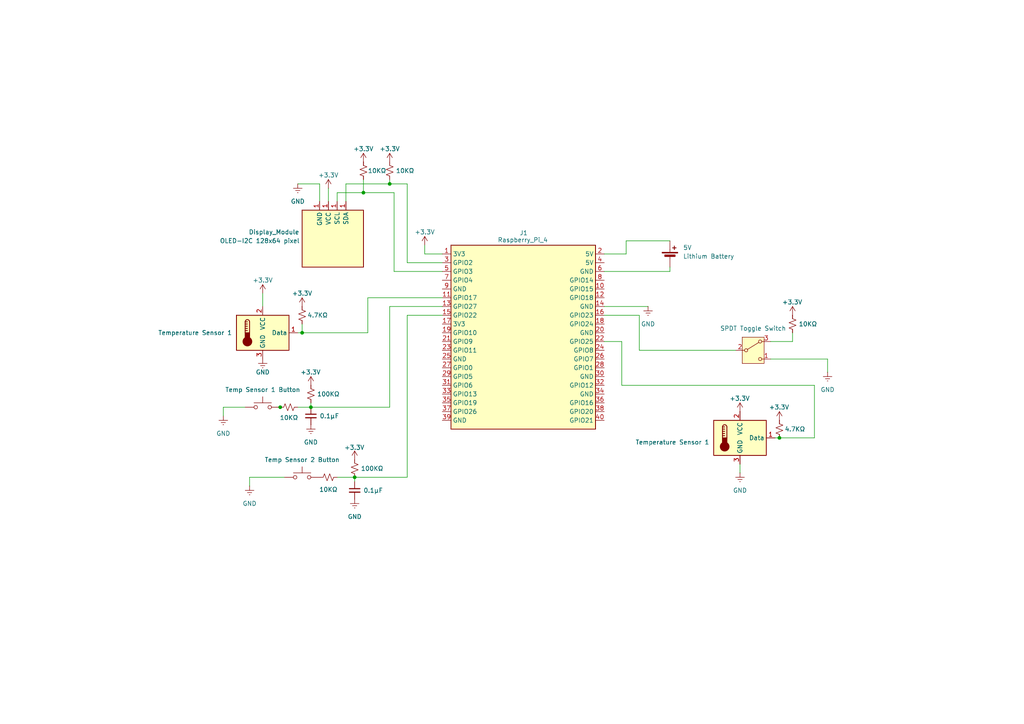
<source format=kicad_sch>
(kicad_sch
	(version 20250114)
	(generator "eeschema")
	(generator_version "9.0")
	(uuid "08b3c446-3f52-48d1-be4b-dc01e6d88d9d")
	(paper "A4")
	(lib_symbols
		(symbol "Connector:Raspberry_Pi_4"
			(exclude_from_sim no)
			(in_bom yes)
			(on_board yes)
			(property "Reference" "J1"
				(at -9.398 28.956 0)
				(effects
					(font
						(size 1.27 1.27)
					)
				)
			)
			(property "Value" "Raspberry_Pi_4"
				(at -9.652 26.924 0)
				(effects
					(font
						(size 1.27 1.27)
					)
				)
			)
			(property "Footprint" ""
				(at 70.104 -47.498 0)
				(effects
					(font
						(size 1.27 1.27)
					)
					(justify left)
					(hide yes)
				)
			)
			(property "Datasheet" "https://datasheets.raspberrypi.com/rpi4/raspberry-pi-4-datasheet.pdf"
				(at 15.748 -32.258 0)
				(effects
					(font
						(size 1.27 1.27)
					)
					(justify left)
					(hide yes)
				)
			)
			(property "Description" "Raspberry Pi 4 Model B"
				(at 15.748 -29.718 0)
				(effects
					(font
						(size 1.27 1.27)
					)
					(justify left)
					(hide yes)
				)
			)
			(property "ki_keywords" "SBC RPi"
				(at 0 0 0)
				(effects
					(font
						(size 1.27 1.27)
					)
					(hide yes)
				)
			)
			(property "ki_fp_filters" "PinHeader*2x20*P2.54mm*Vertical* PinSocket*2x20*P2.54mm*Vertical*"
				(at 0 0 0)
				(effects
					(font
						(size 1.27 1.27)
					)
					(hide yes)
				)
			)
			(symbol "Raspberry_Pi_4_0_1"
				(rectangle
					(start -30.48 25.4)
					(end 11.43 -27.94)
					(stroke
						(width 0.254)
						(type default)
					)
					(fill
						(type background)
					)
				)
			)
			(symbol "Raspberry_Pi_4_1_1"
				(pin bidirectional line
					(at -33.02 22.86 0)
					(length 2.54)
					(name "3V3"
						(effects
							(font
								(size 1.27 1.27)
							)
						)
					)
					(number "1"
						(effects
							(font
								(size 1.27 1.27)
							)
						)
					)
				)
				(pin bidirectional line
					(at -33.02 20.32 0)
					(length 2.54)
					(name "GPIO2"
						(effects
							(font
								(size 1.27 1.27)
							)
						)
					)
					(number "3"
						(effects
							(font
								(size 1.27 1.27)
							)
						)
					)
				)
				(pin bidirectional line
					(at -33.02 17.78 0)
					(length 2.54)
					(name "GPIO3"
						(effects
							(font
								(size 1.27 1.27)
							)
						)
					)
					(number "5"
						(effects
							(font
								(size 1.27 1.27)
							)
						)
					)
				)
				(pin bidirectional line
					(at -33.02 15.24 0)
					(length 2.54)
					(name "GPIO4"
						(effects
							(font
								(size 1.27 1.27)
							)
						)
					)
					(number "7"
						(effects
							(font
								(size 1.27 1.27)
							)
						)
					)
				)
				(pin bidirectional line
					(at -33.02 12.7 0)
					(length 2.54)
					(name "GND"
						(effects
							(font
								(size 1.27 1.27)
							)
						)
					)
					(number "9"
						(effects
							(font
								(size 1.27 1.27)
							)
						)
					)
				)
				(pin bidirectional line
					(at -33.02 10.16 0)
					(length 2.54)
					(name "GPIO17"
						(effects
							(font
								(size 1.27 1.27)
							)
						)
					)
					(number "11"
						(effects
							(font
								(size 1.27 1.27)
							)
						)
					)
				)
				(pin bidirectional line
					(at -33.02 7.62 0)
					(length 2.54)
					(name "GPIO27"
						(effects
							(font
								(size 1.27 1.27)
							)
						)
					)
					(number "13"
						(effects
							(font
								(size 1.27 1.27)
							)
						)
					)
				)
				(pin bidirectional line
					(at -33.02 5.08 0)
					(length 2.54)
					(name "GPIO22"
						(effects
							(font
								(size 1.27 1.27)
							)
						)
					)
					(number "15"
						(effects
							(font
								(size 1.27 1.27)
							)
						)
					)
				)
				(pin bidirectional line
					(at -33.02 2.54 0)
					(length 2.54)
					(name "3V3"
						(effects
							(font
								(size 1.27 1.27)
							)
						)
					)
					(number "17"
						(effects
							(font
								(size 1.27 1.27)
							)
						)
					)
				)
				(pin bidirectional line
					(at -33.02 0 0)
					(length 2.54)
					(name "GPIO10"
						(effects
							(font
								(size 1.27 1.27)
							)
						)
					)
					(number "19"
						(effects
							(font
								(size 1.27 1.27)
							)
						)
					)
				)
				(pin bidirectional line
					(at -33.02 -2.54 0)
					(length 2.54)
					(name "GPIO9"
						(effects
							(font
								(size 1.27 1.27)
							)
						)
					)
					(number "21"
						(effects
							(font
								(size 1.27 1.27)
							)
						)
					)
				)
				(pin bidirectional line
					(at -33.02 -5.08 0)
					(length 2.54)
					(name "GPIO11"
						(effects
							(font
								(size 1.27 1.27)
							)
						)
					)
					(number "23"
						(effects
							(font
								(size 1.27 1.27)
							)
						)
					)
				)
				(pin bidirectional line
					(at -33.02 -7.62 0)
					(length 2.54)
					(name "GND"
						(effects
							(font
								(size 1.27 1.27)
							)
						)
					)
					(number "25"
						(effects
							(font
								(size 1.27 1.27)
							)
						)
					)
				)
				(pin bidirectional line
					(at -33.02 -10.16 0)
					(length 2.54)
					(name "GPIO0"
						(effects
							(font
								(size 1.27 1.27)
							)
						)
					)
					(number "27"
						(effects
							(font
								(size 1.27 1.27)
							)
						)
					)
				)
				(pin bidirectional line
					(at -33.02 -12.7 0)
					(length 2.54)
					(name "GPIO5"
						(effects
							(font
								(size 1.27 1.27)
							)
						)
					)
					(number "29"
						(effects
							(font
								(size 1.27 1.27)
							)
						)
					)
				)
				(pin bidirectional line
					(at -33.02 -15.24 0)
					(length 2.54)
					(name "GPIO6"
						(effects
							(font
								(size 1.27 1.27)
							)
						)
					)
					(number "31"
						(effects
							(font
								(size 1.27 1.27)
							)
						)
					)
				)
				(pin bidirectional line
					(at -33.02 -17.78 0)
					(length 2.54)
					(name "GPIO13"
						(effects
							(font
								(size 1.27 1.27)
							)
						)
					)
					(number "33"
						(effects
							(font
								(size 1.27 1.27)
							)
						)
					)
				)
				(pin bidirectional line
					(at -33.02 -20.32 0)
					(length 2.54)
					(name "GPIO19"
						(effects
							(font
								(size 1.27 1.27)
							)
						)
					)
					(number "35"
						(effects
							(font
								(size 1.27 1.27)
							)
						)
					)
				)
				(pin bidirectional line
					(at -33.02 -22.86 0)
					(length 2.54)
					(name "GPIO26"
						(effects
							(font
								(size 1.27 1.27)
							)
						)
					)
					(number "37"
						(effects
							(font
								(size 1.27 1.27)
							)
						)
					)
				)
				(pin bidirectional line
					(at -33.02 -25.4 0)
					(length 2.54)
					(name "GND"
						(effects
							(font
								(size 1.27 1.27)
							)
						)
					)
					(number "39"
						(effects
							(font
								(size 1.27 1.27)
							)
						)
					)
				)
				(pin power_out line
					(at 13.97 22.86 180)
					(length 2.54)
					(name "5V"
						(effects
							(font
								(size 1.27 1.27)
							)
						)
					)
					(number "2"
						(effects
							(font
								(size 1.27 1.27)
							)
						)
					)
				)
				(pin passive line
					(at 13.97 22.86 180)
					(length 2.54)
					(hide yes)
					(name "5V"
						(effects
							(font
								(size 1.27 1.27)
							)
						)
					)
					(number "4"
						(effects
							(font
								(size 1.27 1.27)
							)
						)
					)
				)
				(pin passive line
					(at 13.97 20.32 180)
					(length 2.54)
					(hide yes)
					(name "3V3"
						(effects
							(font
								(size 1.27 1.27)
							)
						)
					)
					(number "17"
						(effects
							(font
								(size 1.27 1.27)
							)
						)
					)
				)
				(pin power_out line
					(at 13.97 20.32 180)
					(length 2.54)
					(name "5V"
						(effects
							(font
								(size 1.27 1.27)
							)
						)
					)
					(number "4"
						(effects
							(font
								(size 1.27 1.27)
							)
						)
					)
				)
				(pin bidirectional line
					(at 13.97 17.78 180)
					(length 2.54)
					(name "GND"
						(effects
							(font
								(size 1.27 1.27)
							)
						)
					)
					(number "6"
						(effects
							(font
								(size 1.27 1.27)
							)
						)
					)
				)
				(pin bidirectional line
					(at 13.97 15.24 180)
					(length 2.54)
					(name "GPIO14"
						(effects
							(font
								(size 1.27 1.27)
							)
						)
					)
					(number "8"
						(effects
							(font
								(size 1.27 1.27)
							)
						)
					)
				)
				(pin bidirectional line
					(at 13.97 12.7 180)
					(length 2.54)
					(name "GPIO15"
						(effects
							(font
								(size 1.27 1.27)
							)
						)
					)
					(number "10"
						(effects
							(font
								(size 1.27 1.27)
							)
						)
					)
				)
				(pin bidirectional line
					(at 13.97 10.16 180)
					(length 2.54)
					(name "GPIO18"
						(effects
							(font
								(size 1.27 1.27)
							)
						)
					)
					(number "12"
						(effects
							(font
								(size 1.27 1.27)
							)
						)
					)
				)
				(pin bidirectional line
					(at 13.97 7.62 180)
					(length 2.54)
					(name "GND"
						(effects
							(font
								(size 1.27 1.27)
							)
						)
					)
					(number "14"
						(effects
							(font
								(size 1.27 1.27)
							)
						)
					)
				)
				(pin bidirectional line
					(at 13.97 5.08 180)
					(length 2.54)
					(name "GPIO23"
						(effects
							(font
								(size 1.27 1.27)
							)
						)
					)
					(number "16"
						(effects
							(font
								(size 1.27 1.27)
							)
						)
					)
				)
				(pin bidirectional line
					(at 13.97 2.54 180)
					(length 2.54)
					(name "GPIO24"
						(effects
							(font
								(size 1.27 1.27)
							)
						)
					)
					(number "18"
						(effects
							(font
								(size 1.27 1.27)
							)
						)
					)
				)
				(pin bidirectional line
					(at 13.97 0 180)
					(length 2.54)
					(name "GND"
						(effects
							(font
								(size 1.27 1.27)
							)
						)
					)
					(number "20"
						(effects
							(font
								(size 1.27 1.27)
							)
						)
					)
				)
				(pin bidirectional line
					(at 13.97 -2.54 180)
					(length 2.54)
					(name "GPIO25"
						(effects
							(font
								(size 1.27 1.27)
							)
						)
					)
					(number "22"
						(effects
							(font
								(size 1.27 1.27)
							)
						)
					)
				)
				(pin bidirectional line
					(at 13.97 -5.08 180)
					(length 2.54)
					(name "GPIO8"
						(effects
							(font
								(size 1.27 1.27)
							)
						)
					)
					(number "24"
						(effects
							(font
								(size 1.27 1.27)
							)
						)
					)
				)
				(pin bidirectional line
					(at 13.97 -7.62 180)
					(length 2.54)
					(name "GPIO7"
						(effects
							(font
								(size 1.27 1.27)
							)
						)
					)
					(number "26"
						(effects
							(font
								(size 1.27 1.27)
							)
						)
					)
				)
				(pin bidirectional line
					(at 13.97 -10.16 180)
					(length 2.54)
					(name "GPIO1"
						(effects
							(font
								(size 1.27 1.27)
							)
						)
					)
					(number "28"
						(effects
							(font
								(size 1.27 1.27)
							)
						)
					)
				)
				(pin bidirectional line
					(at 13.97 -12.7 180)
					(length 2.54)
					(name "GND"
						(effects
							(font
								(size 1.27 1.27)
							)
						)
					)
					(number "30"
						(effects
							(font
								(size 1.27 1.27)
							)
						)
					)
				)
				(pin bidirectional line
					(at 13.97 -15.24 180)
					(length 2.54)
					(name "GPIO12"
						(effects
							(font
								(size 1.27 1.27)
							)
						)
					)
					(number "32"
						(effects
							(font
								(size 1.27 1.27)
							)
						)
					)
				)
				(pin bidirectional line
					(at 13.97 -17.78 180)
					(length 2.54)
					(name "GND"
						(effects
							(font
								(size 1.27 1.27)
							)
						)
					)
					(number "34"
						(effects
							(font
								(size 1.27 1.27)
							)
						)
					)
				)
				(pin bidirectional line
					(at 13.97 -20.32 180)
					(length 2.54)
					(name "GPIO16"
						(effects
							(font
								(size 1.27 1.27)
							)
						)
					)
					(number "36"
						(effects
							(font
								(size 1.27 1.27)
							)
						)
					)
				)
				(pin bidirectional line
					(at 13.97 -22.86 180)
					(length 2.54)
					(name "GPIO20"
						(effects
							(font
								(size 1.27 1.27)
							)
						)
					)
					(number "38"
						(effects
							(font
								(size 1.27 1.27)
							)
						)
					)
				)
				(pin bidirectional line
					(at 13.97 -25.4 180)
					(length 2.54)
					(name "GPIO21"
						(effects
							(font
								(size 1.27 1.27)
							)
						)
					)
					(number "40"
						(effects
							(font
								(size 1.27 1.27)
							)
						)
					)
				)
			)
			(embedded_fonts no)
		)
		(symbol "Device:Battery_Cell"
			(pin_numbers
				(hide yes)
			)
			(pin_names
				(offset 0)
				(hide yes)
			)
			(exclude_from_sim no)
			(in_bom yes)
			(on_board yes)
			(property "Reference" "BT"
				(at 2.54 2.54 0)
				(effects
					(font
						(size 1.27 1.27)
					)
					(justify left)
				)
			)
			(property "Value" "Battery_Cell"
				(at 2.54 0 0)
				(effects
					(font
						(size 1.27 1.27)
					)
					(justify left)
				)
			)
			(property "Footprint" ""
				(at 0 1.524 90)
				(effects
					(font
						(size 1.27 1.27)
					)
					(hide yes)
				)
			)
			(property "Datasheet" "~"
				(at 0 1.524 90)
				(effects
					(font
						(size 1.27 1.27)
					)
					(hide yes)
				)
			)
			(property "Description" "Single-cell battery"
				(at 0 0 0)
				(effects
					(font
						(size 1.27 1.27)
					)
					(hide yes)
				)
			)
			(property "ki_keywords" "battery cell"
				(at 0 0 0)
				(effects
					(font
						(size 1.27 1.27)
					)
					(hide yes)
				)
			)
			(symbol "Battery_Cell_0_1"
				(rectangle
					(start -2.286 1.778)
					(end 2.286 1.524)
					(stroke
						(width 0)
						(type default)
					)
					(fill
						(type outline)
					)
				)
				(rectangle
					(start -1.524 1.016)
					(end 1.524 0.508)
					(stroke
						(width 0)
						(type default)
					)
					(fill
						(type outline)
					)
				)
				(polyline
					(pts
						(xy 0 1.778) (xy 0 2.54)
					)
					(stroke
						(width 0)
						(type default)
					)
					(fill
						(type none)
					)
				)
				(polyline
					(pts
						(xy 0 0.762) (xy 0 0)
					)
					(stroke
						(width 0)
						(type default)
					)
					(fill
						(type none)
					)
				)
				(polyline
					(pts
						(xy 0.762 3.048) (xy 1.778 3.048)
					)
					(stroke
						(width 0.254)
						(type default)
					)
					(fill
						(type none)
					)
				)
				(polyline
					(pts
						(xy 1.27 3.556) (xy 1.27 2.54)
					)
					(stroke
						(width 0.254)
						(type default)
					)
					(fill
						(type none)
					)
				)
			)
			(symbol "Battery_Cell_1_1"
				(pin passive line
					(at 0 5.08 270)
					(length 2.54)
					(name "+"
						(effects
							(font
								(size 1.27 1.27)
							)
						)
					)
					(number "1"
						(effects
							(font
								(size 1.27 1.27)
							)
						)
					)
				)
				(pin passive line
					(at 0 -2.54 90)
					(length 2.54)
					(name "-"
						(effects
							(font
								(size 1.27 1.27)
							)
						)
					)
					(number "2"
						(effects
							(font
								(size 1.27 1.27)
							)
						)
					)
				)
			)
			(embedded_fonts no)
		)
		(symbol "Device:C_Small"
			(pin_numbers
				(hide yes)
			)
			(pin_names
				(offset 0.254)
				(hide yes)
			)
			(exclude_from_sim no)
			(in_bom yes)
			(on_board yes)
			(property "Reference" "C"
				(at 0.254 1.778 0)
				(effects
					(font
						(size 1.27 1.27)
					)
					(justify left)
				)
			)
			(property "Value" "C_Small"
				(at 0.254 -2.032 0)
				(effects
					(font
						(size 1.27 1.27)
					)
					(justify left)
				)
			)
			(property "Footprint" ""
				(at 0 0 0)
				(effects
					(font
						(size 1.27 1.27)
					)
					(hide yes)
				)
			)
			(property "Datasheet" "~"
				(at 0 0 0)
				(effects
					(font
						(size 1.27 1.27)
					)
					(hide yes)
				)
			)
			(property "Description" "Unpolarized capacitor, small symbol"
				(at 0 0 0)
				(effects
					(font
						(size 1.27 1.27)
					)
					(hide yes)
				)
			)
			(property "ki_keywords" "capacitor cap"
				(at 0 0 0)
				(effects
					(font
						(size 1.27 1.27)
					)
					(hide yes)
				)
			)
			(property "ki_fp_filters" "C_*"
				(at 0 0 0)
				(effects
					(font
						(size 1.27 1.27)
					)
					(hide yes)
				)
			)
			(symbol "C_Small_0_1"
				(polyline
					(pts
						(xy -1.524 0.508) (xy 1.524 0.508)
					)
					(stroke
						(width 0.3048)
						(type default)
					)
					(fill
						(type none)
					)
				)
				(polyline
					(pts
						(xy -1.524 -0.508) (xy 1.524 -0.508)
					)
					(stroke
						(width 0.3302)
						(type default)
					)
					(fill
						(type none)
					)
				)
			)
			(symbol "C_Small_1_1"
				(pin passive line
					(at 0 2.54 270)
					(length 2.032)
					(name "~"
						(effects
							(font
								(size 1.27 1.27)
							)
						)
					)
					(number "1"
						(effects
							(font
								(size 1.27 1.27)
							)
						)
					)
				)
				(pin passive line
					(at 0 -2.54 90)
					(length 2.032)
					(name "~"
						(effects
							(font
								(size 1.27 1.27)
							)
						)
					)
					(number "2"
						(effects
							(font
								(size 1.27 1.27)
							)
						)
					)
				)
			)
			(embedded_fonts no)
		)
		(symbol "Device:R_Small_US"
			(pin_numbers
				(hide yes)
			)
			(pin_names
				(offset 0.254)
				(hide yes)
			)
			(exclude_from_sim no)
			(in_bom yes)
			(on_board yes)
			(property "Reference" "R"
				(at 0.762 0.508 0)
				(effects
					(font
						(size 1.27 1.27)
					)
					(justify left)
				)
			)
			(property "Value" "R_Small_US"
				(at 0.762 -1.016 0)
				(effects
					(font
						(size 1.27 1.27)
					)
					(justify left)
				)
			)
			(property "Footprint" ""
				(at 0 0 0)
				(effects
					(font
						(size 1.27 1.27)
					)
					(hide yes)
				)
			)
			(property "Datasheet" "~"
				(at 0 0 0)
				(effects
					(font
						(size 1.27 1.27)
					)
					(hide yes)
				)
			)
			(property "Description" "Resistor, small US symbol"
				(at 0 0 0)
				(effects
					(font
						(size 1.27 1.27)
					)
					(hide yes)
				)
			)
			(property "ki_keywords" "r resistor"
				(at 0 0 0)
				(effects
					(font
						(size 1.27 1.27)
					)
					(hide yes)
				)
			)
			(property "ki_fp_filters" "R_*"
				(at 0 0 0)
				(effects
					(font
						(size 1.27 1.27)
					)
					(hide yes)
				)
			)
			(symbol "R_Small_US_1_1"
				(polyline
					(pts
						(xy 0 1.524) (xy 1.016 1.143) (xy 0 0.762) (xy -1.016 0.381) (xy 0 0)
					)
					(stroke
						(width 0)
						(type default)
					)
					(fill
						(type none)
					)
				)
				(polyline
					(pts
						(xy 0 0) (xy 1.016 -0.381) (xy 0 -0.762) (xy -1.016 -1.143) (xy 0 -1.524)
					)
					(stroke
						(width 0)
						(type default)
					)
					(fill
						(type none)
					)
				)
				(pin passive line
					(at 0 2.54 270)
					(length 1.016)
					(name "~"
						(effects
							(font
								(size 1.27 1.27)
							)
						)
					)
					(number "1"
						(effects
							(font
								(size 1.27 1.27)
							)
						)
					)
				)
				(pin passive line
					(at 0 -2.54 90)
					(length 1.016)
					(name "~"
						(effects
							(font
								(size 1.27 1.27)
							)
						)
					)
					(number "2"
						(effects
							(font
								(size 1.27 1.27)
							)
						)
					)
				)
			)
			(embedded_fonts no)
		)
		(symbol "Display_Graphic:OLED-128O064D"
			(exclude_from_sim no)
			(in_bom yes)
			(on_board yes)
			(property "Reference" "Display_Module"
				(at -23.114 -21.59 0)
				(effects
					(font
						(size 1.27 1.27)
					)
					(justify left)
				)
			)
			(property "Value" "OLED-I2C 128x64 pixel"
				(at -31.496 -24.13 0)
				(effects
					(font
						(size 1.27 1.27)
					)
					(justify left)
				)
			)
			(property "Footprint" "Display:OLED-128O064D"
				(at 0 0 0)
				(effects
					(font
						(size 1.27 1.27)
					)
					(hide yes)
				)
			)
			(property "Datasheet" "https://www.vishay.com/docs/37902/oled128o064dbpp3n00000.pdf"
				(at 0 20.32 0)
				(effects
					(font
						(size 1.27 1.27)
					)
					(hide yes)
				)
			)
			(property "Description" "OLED display 128x64"
				(at 0 0 0)
				(effects
					(font
						(size 1.27 1.27)
					)
					(hide yes)
				)
			)
			(property "ki_keywords" "display oled"
				(at 0 0 0)
				(effects
					(font
						(size 1.27 1.27)
					)
					(hide yes)
				)
			)
			(property "ki_fp_filters" "OLED?128O064D*"
				(at 0 0 0)
				(effects
					(font
						(size 1.27 1.27)
					)
					(hide yes)
				)
			)
			(symbol "OLED-128O064D_0_1"
				(rectangle
					(start -7.62 -15.24)
					(end 10.16 -31.75)
					(stroke
						(width 0.254)
						(type default)
					)
					(fill
						(type background)
					)
				)
			)
			(symbol "OLED-128O064D_1_1"
				(pin power_in line
					(at -2.54 -12.7 270)
					(length 2.54)
					(name "GND"
						(effects
							(font
								(size 1.27 1.27)
							)
						)
					)
					(number "1"
						(effects
							(font
								(size 1.27 1.27)
							)
						)
					)
				)
				(pin power_in line
					(at 0 -12.7 270)
					(length 2.54)
					(name "VCC"
						(effects
							(font
								(size 1.27 1.27)
							)
						)
					)
					(number "1"
						(effects
							(font
								(size 1.27 1.27)
							)
						)
					)
				)
				(pin power_in line
					(at 2.54 -12.7 270)
					(length 2.54)
					(name "SCL"
						(effects
							(font
								(size 1.27 1.27)
							)
						)
					)
					(number "1"
						(effects
							(font
								(size 1.27 1.27)
							)
						)
					)
				)
				(pin power_in line
					(at 5.08 -12.7 270)
					(length 2.54)
					(name "SDA"
						(effects
							(font
								(size 1.27 1.27)
							)
						)
					)
					(number "1"
						(effects
							(font
								(size 1.27 1.27)
							)
						)
					)
				)
				(pin no_connect line
					(at 10.16 -15.24 180)
					(length 2.54)
					(hide yes)
					(name "NC"
						(effects
							(font
								(size 1.27 1.27)
							)
						)
					)
					(number "7"
						(effects
							(font
								(size 1.27 1.27)
							)
						)
					)
				)
			)
			(embedded_fonts no)
		)
		(symbol "LM35-D_1"
			(exclude_from_sim no)
			(in_bom yes)
			(on_board yes)
			(property "Reference" "U2"
				(at -8.89 1.2701 0)
				(effects
					(font
						(size 1.27 1.27)
					)
					(justify right)
					(hide yes)
				)
			)
			(property "Value" "Temperature Sensor 1"
				(at -8.89 0.0001 0)
				(effects
					(font
						(size 1.27 1.27)
					)
					(justify right)
				)
			)
			(property "Footprint" "Package_SO:SOIC-8_3.9x4.9mm_P1.27mm"
				(at 0 -10.16 0)
				(effects
					(font
						(size 1.27 1.27)
					)
					(hide yes)
				)
			)
			(property "Datasheet" "http://www.ti.com/lit/ds/symlink/lm35.pdf"
				(at -0.254 -12.446 0)
				(effects
					(font
						(size 1.27 1.27)
					)
					(hide yes)
				)
			)
			(property "Description" "Precision centigrade temperature sensor, SOIC-8"
				(at 2.794 -16.002 0)
				(effects
					(font
						(size 1.27 1.27)
					)
					(hide yes)
				)
			)
			(property "ki_keywords" "temperature sensor thermistor"
				(at 0 0 0)
				(effects
					(font
						(size 1.27 1.27)
					)
					(hide yes)
				)
			)
			(property "ki_fp_filters" "SOIC*"
				(at 0 0 0)
				(effects
					(font
						(size 1.27 1.27)
					)
					(hide yes)
				)
			)
			(symbol "LM35-D_1_0_1"
				(rectangle
					(start -7.62 5.08)
					(end 7.62 -5.08)
					(stroke
						(width 0.254)
						(type default)
					)
					(fill
						(type background)
					)
				)
				(polyline
					(pts
						(xy -5.08 3.175) (xy -5.08 0)
					)
					(stroke
						(width 0.254)
						(type default)
					)
					(fill
						(type none)
					)
				)
				(polyline
					(pts
						(xy -5.08 3.175) (xy -4.445 3.175)
					)
					(stroke
						(width 0.254)
						(type default)
					)
					(fill
						(type none)
					)
				)
				(polyline
					(pts
						(xy -5.08 2.54) (xy -4.445 2.54)
					)
					(stroke
						(width 0.254)
						(type default)
					)
					(fill
						(type none)
					)
				)
				(polyline
					(pts
						(xy -5.08 1.905) (xy -4.445 1.905)
					)
					(stroke
						(width 0.254)
						(type default)
					)
					(fill
						(type none)
					)
				)
				(polyline
					(pts
						(xy -5.08 1.27) (xy -4.445 1.27)
					)
					(stroke
						(width 0.254)
						(type default)
					)
					(fill
						(type none)
					)
				)
				(polyline
					(pts
						(xy -5.08 0.635) (xy -4.445 0.635)
					)
					(stroke
						(width 0.254)
						(type default)
					)
					(fill
						(type none)
					)
				)
				(arc
					(start -5.08 3.175)
					(mid -4.445 3.8073)
					(end -3.81 3.175)
					(stroke
						(width 0.254)
						(type default)
					)
					(fill
						(type none)
					)
				)
				(circle
					(center -4.445 -2.54)
					(radius 1.27)
					(stroke
						(width 0.254)
						(type default)
					)
					(fill
						(type outline)
					)
				)
				(polyline
					(pts
						(xy -3.81 3.175) (xy -3.81 0)
					)
					(stroke
						(width 0.254)
						(type default)
					)
					(fill
						(type none)
					)
				)
				(rectangle
					(start -3.81 -1.905)
					(end -5.08 0)
					(stroke
						(width 0.254)
						(type default)
					)
					(fill
						(type outline)
					)
				)
			)
			(symbol "LM35-D_1_1_1"
				(pin no_connect line
					(at -2.54 5.08 270)
					(length 2.54)
					(hide yes)
					(name "NC"
						(effects
							(font
								(size 1.27 1.27)
							)
						)
					)
					(number "3"
						(effects
							(font
								(size 1.27 1.27)
							)
						)
					)
				)
				(pin no_connect line
					(at -2.54 -5.08 90)
					(length 2.54)
					(hide yes)
					(name "NC"
						(effects
							(font
								(size 1.27 1.27)
							)
						)
					)
					(number "2"
						(effects
							(font
								(size 1.27 1.27)
							)
						)
					)
				)
				(pin power_in line
					(at 0 7.62 270)
					(length 2.54)
					(name "VCC"
						(effects
							(font
								(size 1.27 1.27)
							)
						)
					)
					(number "2"
						(effects
							(font
								(size 1.27 1.27)
							)
						)
					)
				)
				(pin power_in line
					(at 0 -7.62 90)
					(length 2.54)
					(name "GND"
						(effects
							(font
								(size 1.27 1.27)
							)
						)
					)
					(number "3"
						(effects
							(font
								(size 1.27 1.27)
							)
						)
					)
				)
				(pin no_connect line
					(at 2.54 -5.08 90)
					(length 2.54)
					(hide yes)
					(name "NC"
						(effects
							(font
								(size 1.27 1.27)
							)
						)
					)
					(number "5"
						(effects
							(font
								(size 1.27 1.27)
							)
						)
					)
				)
				(pin no_connect line
					(at 5.08 -5.08 90)
					(length 2.54)
					(hide yes)
					(name "NC"
						(effects
							(font
								(size 1.27 1.27)
							)
						)
					)
					(number "6"
						(effects
							(font
								(size 1.27 1.27)
							)
						)
					)
				)
				(pin no_connect line
					(at 7.62 2.54 180)
					(length 2.54)
					(hide yes)
					(name "NC"
						(effects
							(font
								(size 1.27 1.27)
							)
						)
					)
					(number "7"
						(effects
							(font
								(size 1.27 1.27)
							)
						)
					)
				)
				(pin output line
					(at 10.16 0 180)
					(length 2.54)
					(name "Data"
						(effects
							(font
								(size 1.27 1.27)
							)
						)
					)
					(number "1"
						(effects
							(font
								(size 1.27 1.27)
							)
						)
					)
				)
			)
			(embedded_fonts no)
		)
		(symbol "R_Small_US_1"
			(pin_numbers
				(hide yes)
			)
			(pin_names
				(offset 0.254)
				(hide yes)
			)
			(exclude_from_sim no)
			(in_bom yes)
			(on_board yes)
			(property "Reference" "R2"
				(at 1.2701 -2.54 90)
				(effects
					(font
						(size 1.27 1.27)
					)
					(justify right)
					(hide yes)
				)
			)
			(property "Value" "10K"
				(at 2.032 -2.54 0)
				(effects
					(font
						(size 1.27 1.27)
					)
					(justify right)
				)
			)
			(property "Footprint" ""
				(at 0 0 0)
				(effects
					(font
						(size 1.27 1.27)
					)
					(hide yes)
				)
			)
			(property "Datasheet" "~"
				(at 0 0 0)
				(effects
					(font
						(size 1.27 1.27)
					)
					(hide yes)
				)
			)
			(property "Description" "Resistor, small US symbol"
				(at 0 0 90)
				(effects
					(font
						(size 1.27 1.27)
					)
					(hide yes)
				)
			)
			(property "ki_keywords" "r resistor"
				(at 0 0 0)
				(effects
					(font
						(size 1.27 1.27)
					)
					(hide yes)
				)
			)
			(property "ki_fp_filters" "R_*"
				(at 0 0 0)
				(effects
					(font
						(size 1.27 1.27)
					)
					(hide yes)
				)
			)
			(symbol "R_Small_US_1_1_1"
				(polyline
					(pts
						(xy 0 0) (xy -0.381 -1.016) (xy -0.762 0) (xy -1.143 1.016) (xy -1.524 0)
					)
					(stroke
						(width 0)
						(type default)
					)
					(fill
						(type none)
					)
				)
				(polyline
					(pts
						(xy 1.524 0) (xy 1.143 -1.016) (xy 0.762 0) (xy 0.381 1.016) (xy 0 0)
					)
					(stroke
						(width 0)
						(type default)
					)
					(fill
						(type none)
					)
				)
				(pin passive line
					(at -2.54 0 0)
					(length 1.016)
					(name "~"
						(effects
							(font
								(size 1.27 1.27)
							)
						)
					)
					(number "2"
						(effects
							(font
								(size 1.27 1.27)
							)
						)
					)
				)
				(pin passive line
					(at 2.54 0 180)
					(length 1.016)
					(name "~"
						(effects
							(font
								(size 1.27 1.27)
							)
						)
					)
					(number "1"
						(effects
							(font
								(size 1.27 1.27)
							)
						)
					)
				)
			)
			(embedded_fonts no)
		)
		(symbol "Sensor_Temperature:LM35-D"
			(exclude_from_sim no)
			(in_bom yes)
			(on_board yes)
			(property "Reference" "U1"
				(at -8.89 1.2701 0)
				(effects
					(font
						(size 1.27 1.27)
					)
					(justify right)
					(hide yes)
				)
			)
			(property "Value" "Temperature Sensor 1"
				(at -8.89 -1.2699 0)
				(effects
					(font
						(size 1.27 1.27)
					)
					(justify right)
				)
			)
			(property "Footprint" "Package_SO:SOIC-8_3.9x4.9mm_P1.27mm"
				(at 0 -10.16 0)
				(effects
					(font
						(size 1.27 1.27)
					)
					(hide yes)
				)
			)
			(property "Datasheet" "http://www.ti.com/lit/ds/symlink/lm35.pdf"
				(at -0.254 -12.446 0)
				(effects
					(font
						(size 1.27 1.27)
					)
					(hide yes)
				)
			)
			(property "Description" "Precision centigrade temperature sensor, SOIC-8"
				(at 2.794 -16.002 0)
				(effects
					(font
						(size 1.27 1.27)
					)
					(hide yes)
				)
			)
			(property "ki_keywords" "temperature sensor thermistor"
				(at 0 0 0)
				(effects
					(font
						(size 1.27 1.27)
					)
					(hide yes)
				)
			)
			(property "ki_fp_filters" "SOIC*"
				(at 0 0 0)
				(effects
					(font
						(size 1.27 1.27)
					)
					(hide yes)
				)
			)
			(symbol "LM35-D_0_1"
				(rectangle
					(start -7.62 5.08)
					(end 7.62 -5.08)
					(stroke
						(width 0.254)
						(type default)
					)
					(fill
						(type background)
					)
				)
				(polyline
					(pts
						(xy -5.08 3.175) (xy -5.08 0)
					)
					(stroke
						(width 0.254)
						(type default)
					)
					(fill
						(type none)
					)
				)
				(polyline
					(pts
						(xy -5.08 3.175) (xy -4.445 3.175)
					)
					(stroke
						(width 0.254)
						(type default)
					)
					(fill
						(type none)
					)
				)
				(polyline
					(pts
						(xy -5.08 2.54) (xy -4.445 2.54)
					)
					(stroke
						(width 0.254)
						(type default)
					)
					(fill
						(type none)
					)
				)
				(polyline
					(pts
						(xy -5.08 1.905) (xy -4.445 1.905)
					)
					(stroke
						(width 0.254)
						(type default)
					)
					(fill
						(type none)
					)
				)
				(polyline
					(pts
						(xy -5.08 1.27) (xy -4.445 1.27)
					)
					(stroke
						(width 0.254)
						(type default)
					)
					(fill
						(type none)
					)
				)
				(polyline
					(pts
						(xy -5.08 0.635) (xy -4.445 0.635)
					)
					(stroke
						(width 0.254)
						(type default)
					)
					(fill
						(type none)
					)
				)
				(arc
					(start -5.08 3.175)
					(mid -4.445 3.8073)
					(end -3.81 3.175)
					(stroke
						(width 0.254)
						(type default)
					)
					(fill
						(type none)
					)
				)
				(circle
					(center -4.445 -2.54)
					(radius 1.27)
					(stroke
						(width 0.254)
						(type default)
					)
					(fill
						(type outline)
					)
				)
				(polyline
					(pts
						(xy -3.81 3.175) (xy -3.81 0)
					)
					(stroke
						(width 0.254)
						(type default)
					)
					(fill
						(type none)
					)
				)
				(rectangle
					(start -3.81 -1.905)
					(end -5.08 0)
					(stroke
						(width 0.254)
						(type default)
					)
					(fill
						(type outline)
					)
				)
			)
			(symbol "LM35-D_1_1"
				(pin no_connect line
					(at -2.54 5.08 270)
					(length 2.54)
					(hide yes)
					(name "NC"
						(effects
							(font
								(size 1.27 1.27)
							)
						)
					)
					(number "3"
						(effects
							(font
								(size 1.27 1.27)
							)
						)
					)
				)
				(pin no_connect line
					(at -2.54 -5.08 90)
					(length 2.54)
					(hide yes)
					(name "NC"
						(effects
							(font
								(size 1.27 1.27)
							)
						)
					)
					(number "2"
						(effects
							(font
								(size 1.27 1.27)
							)
						)
					)
				)
				(pin power_in line
					(at 0 7.62 270)
					(length 2.54)
					(name "VCC"
						(effects
							(font
								(size 1.27 1.27)
							)
						)
					)
					(number "2"
						(effects
							(font
								(size 1.27 1.27)
							)
						)
					)
				)
				(pin power_in line
					(at 0 -7.62 90)
					(length 2.54)
					(name "GND"
						(effects
							(font
								(size 1.27 1.27)
							)
						)
					)
					(number "3"
						(effects
							(font
								(size 1.27 1.27)
							)
						)
					)
				)
				(pin no_connect line
					(at 2.54 -5.08 90)
					(length 2.54)
					(hide yes)
					(name "NC"
						(effects
							(font
								(size 1.27 1.27)
							)
						)
					)
					(number "5"
						(effects
							(font
								(size 1.27 1.27)
							)
						)
					)
				)
				(pin no_connect line
					(at 5.08 -5.08 90)
					(length 2.54)
					(hide yes)
					(name "NC"
						(effects
							(font
								(size 1.27 1.27)
							)
						)
					)
					(number "6"
						(effects
							(font
								(size 1.27 1.27)
							)
						)
					)
				)
				(pin no_connect line
					(at 7.62 2.54 180)
					(length 2.54)
					(hide yes)
					(name "NC"
						(effects
							(font
								(size 1.27 1.27)
							)
						)
					)
					(number "7"
						(effects
							(font
								(size 1.27 1.27)
							)
						)
					)
				)
				(pin output line
					(at 10.16 0 180)
					(length 2.54)
					(name "Data"
						(effects
							(font
								(size 1.27 1.27)
							)
						)
					)
					(number "1"
						(effects
							(font
								(size 1.27 1.27)
							)
						)
					)
				)
			)
			(embedded_fonts no)
		)
		(symbol "Switch:SW_Nidec_CAS-120A1"
			(pin_names
				(offset 1)
				(hide yes)
			)
			(exclude_from_sim no)
			(in_bom yes)
			(on_board yes)
			(property "Reference" "SW1"
				(at 7.874 10.922 0)
				(effects
					(font
						(size 1.27 1.27)
					)
					(hide yes)
				)
			)
			(property "Value" "SPDT Toggle Switch"
				(at 0 6.35 0)
				(effects
					(font
						(size 1.27 1.27)
					)
				)
			)
			(property "Footprint" "Button_Switch_SMD:Nidec_Copal_CAS-120A"
				(at 0 -10.16 0)
				(effects
					(font
						(size 1.27 1.27)
					)
					(hide yes)
				)
			)
			(property "Datasheet" "https://www.nidec-components.com/e/catalog/switch/cas.pdf"
				(at 0 -7.62 0)
				(effects
					(font
						(size 1.27 1.27)
					)
					(hide yes)
				)
			)
			(property "Description" "Switch, single pole double throw"
				(at 0 0 0)
				(effects
					(font
						(size 1.27 1.27)
					)
					(hide yes)
				)
			)
			(property "ki_keywords" "switch single-pole double-throw spdt ON-ON"
				(at 0 0 0)
				(effects
					(font
						(size 1.27 1.27)
					)
					(hide yes)
				)
			)
			(property "ki_fp_filters" "*Nidec?Copal?CAS?120A*"
				(at 0 0 0)
				(effects
					(font
						(size 1.27 1.27)
					)
					(hide yes)
				)
			)
			(symbol "SW_Nidec_CAS-120A1_0_1"
				(circle
					(center -2.032 0)
					(radius 0.4572)
					(stroke
						(width 0)
						(type default)
					)
					(fill
						(type none)
					)
				)
				(polyline
					(pts
						(xy -1.651 0.254) (xy 1.651 2.286)
					)
					(stroke
						(width 0)
						(type default)
					)
					(fill
						(type none)
					)
				)
				(circle
					(center 2.032 2.54)
					(radius 0.4572)
					(stroke
						(width 0)
						(type default)
					)
					(fill
						(type none)
					)
				)
				(circle
					(center 2.032 -2.54)
					(radius 0.4572)
					(stroke
						(width 0)
						(type default)
					)
					(fill
						(type none)
					)
				)
			)
			(symbol "SW_Nidec_CAS-120A1_1_1"
				(rectangle
					(start -3.175 3.81)
					(end 3.175 -3.81)
					(stroke
						(width 0)
						(type default)
					)
					(fill
						(type background)
					)
				)
				(pin passive line
					(at -5.08 0 0)
					(length 2.54)
					(name "B"
						(effects
							(font
								(size 1.27 1.27)
							)
						)
					)
					(number "2"
						(effects
							(font
								(size 1.27 1.27)
							)
						)
					)
				)
				(pin passive line
					(at 5.08 2.54 180)
					(length 2.54)
					(name "A"
						(effects
							(font
								(size 1.27 1.27)
							)
						)
					)
					(number "3"
						(effects
							(font
								(size 1.27 1.27)
							)
						)
					)
				)
				(pin passive line
					(at 5.08 -2.54 180)
					(length 2.54)
					(name "C"
						(effects
							(font
								(size 1.27 1.27)
							)
						)
					)
					(number "1"
						(effects
							(font
								(size 1.27 1.27)
							)
						)
					)
				)
			)
			(embedded_fonts no)
		)
		(symbol "Switch:SW_Push"
			(pin_numbers
				(hide yes)
			)
			(pin_names
				(offset 1.016)
				(hide yes)
			)
			(exclude_from_sim no)
			(in_bom yes)
			(on_board yes)
			(property "Reference" "SW"
				(at 1.27 2.54 0)
				(effects
					(font
						(size 1.27 1.27)
					)
					(justify left)
				)
			)
			(property "Value" "SW_Push"
				(at 0 -1.524 0)
				(effects
					(font
						(size 1.27 1.27)
					)
				)
			)
			(property "Footprint" ""
				(at 0 5.08 0)
				(effects
					(font
						(size 1.27 1.27)
					)
					(hide yes)
				)
			)
			(property "Datasheet" "~"
				(at 0 5.08 0)
				(effects
					(font
						(size 1.27 1.27)
					)
					(hide yes)
				)
			)
			(property "Description" "Push button switch, generic, two pins"
				(at 0 0 0)
				(effects
					(font
						(size 1.27 1.27)
					)
					(hide yes)
				)
			)
			(property "ki_keywords" "switch normally-open pushbutton push-button"
				(at 0 0 0)
				(effects
					(font
						(size 1.27 1.27)
					)
					(hide yes)
				)
			)
			(symbol "SW_Push_0_1"
				(circle
					(center -2.032 0)
					(radius 0.508)
					(stroke
						(width 0)
						(type default)
					)
					(fill
						(type none)
					)
				)
				(polyline
					(pts
						(xy 0 1.27) (xy 0 3.048)
					)
					(stroke
						(width 0)
						(type default)
					)
					(fill
						(type none)
					)
				)
				(circle
					(center 2.032 0)
					(radius 0.508)
					(stroke
						(width 0)
						(type default)
					)
					(fill
						(type none)
					)
				)
				(polyline
					(pts
						(xy 2.54 1.27) (xy -2.54 1.27)
					)
					(stroke
						(width 0)
						(type default)
					)
					(fill
						(type none)
					)
				)
				(pin passive line
					(at -5.08 0 0)
					(length 2.54)
					(name "1"
						(effects
							(font
								(size 1.27 1.27)
							)
						)
					)
					(number "1"
						(effects
							(font
								(size 1.27 1.27)
							)
						)
					)
				)
				(pin passive line
					(at 5.08 0 180)
					(length 2.54)
					(name "2"
						(effects
							(font
								(size 1.27 1.27)
							)
						)
					)
					(number "2"
						(effects
							(font
								(size 1.27 1.27)
							)
						)
					)
				)
			)
			(embedded_fonts no)
		)
		(symbol "power:+5V"
			(power)
			(pin_numbers
				(hide yes)
			)
			(pin_names
				(offset 0)
				(hide yes)
			)
			(exclude_from_sim no)
			(in_bom yes)
			(on_board yes)
			(property "Reference" "#PWR"
				(at 0 -3.81 0)
				(effects
					(font
						(size 1.27 1.27)
					)
					(hide yes)
				)
			)
			(property "Value" "+5V"
				(at 0 3.556 0)
				(effects
					(font
						(size 1.27 1.27)
					)
				)
			)
			(property "Footprint" ""
				(at 0 0 0)
				(effects
					(font
						(size 1.27 1.27)
					)
					(hide yes)
				)
			)
			(property "Datasheet" ""
				(at 0 0 0)
				(effects
					(font
						(size 1.27 1.27)
					)
					(hide yes)
				)
			)
			(property "Description" "Power symbol creates a global label with name \"+5V\""
				(at 0 0 0)
				(effects
					(font
						(size 1.27 1.27)
					)
					(hide yes)
				)
			)
			(property "ki_keywords" "global power"
				(at 0 0 0)
				(effects
					(font
						(size 1.27 1.27)
					)
					(hide yes)
				)
			)
			(symbol "+5V_0_1"
				(polyline
					(pts
						(xy -0.762 1.27) (xy 0 2.54)
					)
					(stroke
						(width 0)
						(type default)
					)
					(fill
						(type none)
					)
				)
				(polyline
					(pts
						(xy 0 2.54) (xy 0.762 1.27)
					)
					(stroke
						(width 0)
						(type default)
					)
					(fill
						(type none)
					)
				)
				(polyline
					(pts
						(xy 0 0) (xy 0 2.54)
					)
					(stroke
						(width 0)
						(type default)
					)
					(fill
						(type none)
					)
				)
			)
			(symbol "+5V_1_1"
				(pin power_in line
					(at 0 0 90)
					(length 0)
					(name "~"
						(effects
							(font
								(size 1.27 1.27)
							)
						)
					)
					(number "1"
						(effects
							(font
								(size 1.27 1.27)
							)
						)
					)
				)
			)
			(embedded_fonts no)
		)
		(symbol "power:Earth"
			(power)
			(pin_numbers
				(hide yes)
			)
			(pin_names
				(offset 0)
				(hide yes)
			)
			(exclude_from_sim no)
			(in_bom yes)
			(on_board yes)
			(property "Reference" "#PWR"
				(at 0 -6.35 0)
				(effects
					(font
						(size 1.27 1.27)
					)
					(hide yes)
				)
			)
			(property "Value" "Earth"
				(at 0 -3.81 0)
				(effects
					(font
						(size 1.27 1.27)
					)
				)
			)
			(property "Footprint" ""
				(at 0 0 0)
				(effects
					(font
						(size 1.27 1.27)
					)
					(hide yes)
				)
			)
			(property "Datasheet" "~"
				(at 0 0 0)
				(effects
					(font
						(size 1.27 1.27)
					)
					(hide yes)
				)
			)
			(property "Description" "Power symbol creates a global label with name \"Earth\""
				(at 0 0 0)
				(effects
					(font
						(size 1.27 1.27)
					)
					(hide yes)
				)
			)
			(property "ki_keywords" "global ground gnd"
				(at 0 0 0)
				(effects
					(font
						(size 1.27 1.27)
					)
					(hide yes)
				)
			)
			(symbol "Earth_0_1"
				(polyline
					(pts
						(xy -0.635 -1.905) (xy 0.635 -1.905)
					)
					(stroke
						(width 0)
						(type default)
					)
					(fill
						(type none)
					)
				)
				(polyline
					(pts
						(xy -0.127 -2.54) (xy 0.127 -2.54)
					)
					(stroke
						(width 0)
						(type default)
					)
					(fill
						(type none)
					)
				)
				(polyline
					(pts
						(xy 0 -1.27) (xy 0 0)
					)
					(stroke
						(width 0)
						(type default)
					)
					(fill
						(type none)
					)
				)
				(polyline
					(pts
						(xy 1.27 -1.27) (xy -1.27 -1.27)
					)
					(stroke
						(width 0)
						(type default)
					)
					(fill
						(type none)
					)
				)
			)
			(symbol "Earth_1_1"
				(pin power_in line
					(at 0 0 270)
					(length 0)
					(name "~"
						(effects
							(font
								(size 1.27 1.27)
							)
						)
					)
					(number "1"
						(effects
							(font
								(size 1.27 1.27)
							)
						)
					)
				)
			)
			(embedded_fonts no)
		)
	)
	(junction
		(at 113.03 53.34)
		(diameter 0)
		(color 0 0 0 0)
		(uuid "3763e0d6-bef8-46a8-8a5e-9da28887be4e")
	)
	(junction
		(at 87.63 96.52)
		(diameter 0)
		(color 0 0 0 0)
		(uuid "48fb3b6b-eb3d-43c3-ab10-0089ec72cc85")
	)
	(junction
		(at 226.06 127)
		(diameter 0)
		(color 0 0 0 0)
		(uuid "6f7d921d-37ce-4e7f-8acb-dcab34a1bc13")
	)
	(junction
		(at 105.41 55.88)
		(diameter 0)
		(color 0 0 0 0)
		(uuid "aaca8612-35b8-44cb-bab1-d3c37dacfae8")
	)
	(junction
		(at 81.28 118.11)
		(diameter 0)
		(color 0 0 0 0)
		(uuid "cbe8ccb0-63f9-4679-8036-47a4347b4778")
	)
	(junction
		(at 90.17 118.11)
		(diameter 0)
		(color 0 0 0 0)
		(uuid "db47ab9c-eb95-427a-95d3-e1d82ae6b1fb")
	)
	(junction
		(at 102.87 138.43)
		(diameter 0)
		(color 0 0 0 0)
		(uuid "ec1bb50c-462e-4002-bd21-eab5e175a634")
	)
	(wire
		(pts
			(xy 97.79 138.43) (xy 102.87 138.43)
		)
		(stroke
			(width 0)
			(type default)
		)
		(uuid "051149f6-42f6-43d3-81ca-939846e759c5")
	)
	(wire
		(pts
			(xy 223.52 99.06) (xy 229.87 99.06)
		)
		(stroke
			(width 0)
			(type default)
		)
		(uuid "0a7c60c3-eb3c-48d6-934a-fdaaa30b90e0")
	)
	(wire
		(pts
			(xy 175.26 91.44) (xy 185.42 91.44)
		)
		(stroke
			(width 0)
			(type default)
		)
		(uuid "0c83c982-3c5c-43d4-9c76-c0904e686a23")
	)
	(wire
		(pts
			(xy 185.42 91.44) (xy 185.42 101.6)
		)
		(stroke
			(width 0)
			(type default)
		)
		(uuid "149e514a-4879-4979-8ea0-3acc4a0f592d")
	)
	(wire
		(pts
			(xy 181.61 73.66) (xy 175.26 73.66)
		)
		(stroke
			(width 0)
			(type default)
		)
		(uuid "1931ed2a-36a4-4f42-92b7-bbacf0d097ad")
	)
	(wire
		(pts
			(xy 180.34 111.76) (xy 180.34 99.06)
		)
		(stroke
			(width 0)
			(type default)
		)
		(uuid "1ddd3a4d-a3d5-4f12-afab-63e7a916430f")
	)
	(wire
		(pts
			(xy 123.19 73.66) (xy 123.19 71.12)
		)
		(stroke
			(width 0)
			(type default)
		)
		(uuid "1f44122c-d596-4b68-8144-8585917568e3")
	)
	(wire
		(pts
			(xy 181.61 69.85) (xy 181.61 73.66)
		)
		(stroke
			(width 0)
			(type default)
		)
		(uuid "2433abfd-9b0d-469c-9d88-025a5f8cc3f2")
	)
	(wire
		(pts
			(xy 114.3 78.74) (xy 128.27 78.74)
		)
		(stroke
			(width 0)
			(type default)
		)
		(uuid "2a72ed24-a5d7-4e37-bce8-57766c27d0e6")
	)
	(wire
		(pts
			(xy 175.26 78.74) (xy 194.31 78.74)
		)
		(stroke
			(width 0)
			(type default)
		)
		(uuid "2c23fc68-a5a7-4c29-b72f-b598d294c9e8")
	)
	(wire
		(pts
			(xy 100.33 53.34) (xy 113.03 53.34)
		)
		(stroke
			(width 0)
			(type default)
		)
		(uuid "2ed3c611-eef2-4c06-998c-1da5e4592bad")
	)
	(wire
		(pts
			(xy 118.11 53.34) (xy 118.11 76.2)
		)
		(stroke
			(width 0)
			(type default)
		)
		(uuid "349ac7ed-ea86-4a1f-8e4e-1e5848e14bf2")
	)
	(wire
		(pts
			(xy 113.03 53.34) (xy 118.11 53.34)
		)
		(stroke
			(width 0)
			(type default)
		)
		(uuid "37b6ad66-c062-406a-a00c-4b6fef3c9d10")
	)
	(wire
		(pts
			(xy 100.33 58.42) (xy 100.33 53.34)
		)
		(stroke
			(width 0)
			(type default)
		)
		(uuid "3836bfb8-6bf5-4d51-bf2b-06017d488774")
	)
	(wire
		(pts
			(xy 95.25 54.61) (xy 95.25 58.42)
		)
		(stroke
			(width 0)
			(type default)
		)
		(uuid "3a061ac0-b399-4b05-bf48-7d49f967ab17")
	)
	(wire
		(pts
			(xy 118.11 91.44) (xy 118.11 138.43)
		)
		(stroke
			(width 0)
			(type default)
		)
		(uuid "3ccaabda-f8ec-4aeb-a442-438c6dc0eb71")
	)
	(wire
		(pts
			(xy 92.71 58.42) (xy 92.71 53.34)
		)
		(stroke
			(width 0)
			(type default)
		)
		(uuid "479e2c5f-cf57-4467-b1f2-97c1110911fb")
	)
	(wire
		(pts
			(xy 214.63 134.62) (xy 214.63 137.16)
		)
		(stroke
			(width 0)
			(type default)
		)
		(uuid "4e25e385-0fac-45a6-9930-3dbad375595f")
	)
	(wire
		(pts
			(xy 105.41 55.88) (xy 114.3 55.88)
		)
		(stroke
			(width 0)
			(type default)
		)
		(uuid "53a4e437-2dc5-4dce-89bb-59264295cc65")
	)
	(wire
		(pts
			(xy 180.34 99.06) (xy 175.26 99.06)
		)
		(stroke
			(width 0)
			(type default)
		)
		(uuid "545dbc34-8d47-408d-a15d-c2aea224757b")
	)
	(wire
		(pts
			(xy 240.03 104.14) (xy 240.03 107.95)
		)
		(stroke
			(width 0)
			(type default)
		)
		(uuid "566312a0-f65e-4ddb-acd6-b5e18d49aadb")
	)
	(wire
		(pts
			(xy 194.31 77.47) (xy 194.31 78.74)
		)
		(stroke
			(width 0)
			(type default)
		)
		(uuid "60f0feb2-498b-4d4e-8dd6-7a18634d863b")
	)
	(wire
		(pts
			(xy 90.17 118.11) (xy 90.17 116.84)
		)
		(stroke
			(width 0)
			(type default)
		)
		(uuid "62971790-9f2c-4ea8-9492-e140c821ac49")
	)
	(wire
		(pts
			(xy 87.63 93.98) (xy 87.63 96.52)
		)
		(stroke
			(width 0)
			(type default)
		)
		(uuid "66c9cecb-0143-4ed1-b017-d44f705bd42d")
	)
	(wire
		(pts
			(xy 72.39 138.43) (xy 82.55 138.43)
		)
		(stroke
			(width 0)
			(type default)
		)
		(uuid "6b911bdb-81fd-4124-a854-29a3f4eda727")
	)
	(wire
		(pts
			(xy 97.79 58.42) (xy 97.79 55.88)
		)
		(stroke
			(width 0)
			(type default)
		)
		(uuid "6d515e44-93bf-423b-9eb9-912a1ee7f55a")
	)
	(wire
		(pts
			(xy 113.03 118.11) (xy 90.17 118.11)
		)
		(stroke
			(width 0)
			(type default)
		)
		(uuid "75a53420-cdc6-4534-915c-65af9eab71aa")
	)
	(wire
		(pts
			(xy 114.3 55.88) (xy 114.3 78.74)
		)
		(stroke
			(width 0)
			(type default)
		)
		(uuid "75b1d86a-82e5-4673-98ba-28a25d47ea07")
	)
	(wire
		(pts
			(xy 86.36 96.52) (xy 87.63 96.52)
		)
		(stroke
			(width 0)
			(type default)
		)
		(uuid "773f9929-86be-4bf3-826d-3ab044b1c975")
	)
	(wire
		(pts
			(xy 86.36 118.11) (xy 90.17 118.11)
		)
		(stroke
			(width 0)
			(type default)
		)
		(uuid "899ebf4c-1e08-471f-8982-c639c6ecd50c")
	)
	(wire
		(pts
			(xy 118.11 76.2) (xy 128.27 76.2)
		)
		(stroke
			(width 0)
			(type default)
		)
		(uuid "8a26db31-d733-479f-8637-c428cb542972")
	)
	(wire
		(pts
			(xy 229.87 99.06) (xy 229.87 96.52)
		)
		(stroke
			(width 0)
			(type default)
		)
		(uuid "8e02739e-08c0-47bf-978d-02ff03cdf6e6")
	)
	(wire
		(pts
			(xy 175.26 88.9) (xy 187.96 88.9)
		)
		(stroke
			(width 0)
			(type default)
		)
		(uuid "90d7184e-9944-4526-b392-0d90949bebe3")
	)
	(wire
		(pts
			(xy 76.2 85.09) (xy 76.2 88.9)
		)
		(stroke
			(width 0)
			(type default)
		)
		(uuid "94f610de-1bb8-4349-8f09-33f71fb579e7")
	)
	(wire
		(pts
			(xy 226.06 127) (xy 236.22 127)
		)
		(stroke
			(width 0)
			(type default)
		)
		(uuid "968592d3-9e01-4d02-aca4-d17c373b0712")
	)
	(wire
		(pts
			(xy 64.77 118.11) (xy 64.77 120.65)
		)
		(stroke
			(width 0)
			(type default)
		)
		(uuid "975e7b11-3e23-4fda-88d9-502b7064f9e6")
	)
	(wire
		(pts
			(xy 113.03 52.07) (xy 113.03 53.34)
		)
		(stroke
			(width 0)
			(type default)
		)
		(uuid "9a676bda-d411-4fcb-80b0-0dcaa8b55516")
	)
	(wire
		(pts
			(xy 118.11 138.43) (xy 102.87 138.43)
		)
		(stroke
			(width 0)
			(type default)
		)
		(uuid "a285e741-2e87-4c33-a7ea-965dbd8644a3")
	)
	(wire
		(pts
			(xy 128.27 73.66) (xy 123.19 73.66)
		)
		(stroke
			(width 0)
			(type default)
		)
		(uuid "ab8038ee-73c1-4ba6-9c89-4857f8049c2d")
	)
	(wire
		(pts
			(xy 102.87 138.43) (xy 102.87 139.7)
		)
		(stroke
			(width 0)
			(type default)
		)
		(uuid "abd6a215-24bf-4164-8469-4efe39aa6595")
	)
	(wire
		(pts
			(xy 80.01 118.11) (xy 81.28 118.11)
		)
		(stroke
			(width 0)
			(type default)
		)
		(uuid "ba86891e-6ee0-4f10-a3d3-87d610c1121f")
	)
	(wire
		(pts
			(xy 226.06 127) (xy 224.79 127)
		)
		(stroke
			(width 0)
			(type default)
		)
		(uuid "bab71f9b-e575-4be6-aaeb-1982e6299988")
	)
	(wire
		(pts
			(xy 128.27 91.44) (xy 118.11 91.44)
		)
		(stroke
			(width 0)
			(type default)
		)
		(uuid "bdf64a47-e2da-42fa-8d90-d1ac953f0c72")
	)
	(wire
		(pts
			(xy 105.41 52.07) (xy 105.41 55.88)
		)
		(stroke
			(width 0)
			(type default)
		)
		(uuid "c0ccaa3c-269b-47fa-945f-53d0d8466757")
	)
	(wire
		(pts
			(xy 223.52 104.14) (xy 240.03 104.14)
		)
		(stroke
			(width 0)
			(type default)
		)
		(uuid "c34980ab-1038-45df-a58a-d902122f26ee")
	)
	(wire
		(pts
			(xy 236.22 111.76) (xy 180.34 111.76)
		)
		(stroke
			(width 0)
			(type default)
		)
		(uuid "c383cb49-26aa-4c28-a372-6eecd703b8fc")
	)
	(wire
		(pts
			(xy 106.68 86.36) (xy 128.27 86.36)
		)
		(stroke
			(width 0)
			(type default)
		)
		(uuid "c4ee3990-a9f7-43a7-b1d6-d6ab7ab41a3c")
	)
	(wire
		(pts
			(xy 71.12 118.11) (xy 64.77 118.11)
		)
		(stroke
			(width 0)
			(type default)
		)
		(uuid "c7823c1e-6336-4f0d-817f-044d1519c0fa")
	)
	(wire
		(pts
			(xy 181.61 69.85) (xy 194.31 69.85)
		)
		(stroke
			(width 0)
			(type default)
		)
		(uuid "cc6ec96a-5d42-48ac-8583-c4711272038c")
	)
	(wire
		(pts
			(xy 113.03 88.9) (xy 113.03 118.11)
		)
		(stroke
			(width 0)
			(type default)
		)
		(uuid "d786a035-5a6b-4721-a20e-dc676b398738")
	)
	(wire
		(pts
			(xy 97.79 55.88) (xy 105.41 55.88)
		)
		(stroke
			(width 0)
			(type default)
		)
		(uuid "d891bddb-a58a-42f8-869a-725f8dc21d40")
	)
	(wire
		(pts
			(xy 185.42 101.6) (xy 213.36 101.6)
		)
		(stroke
			(width 0)
			(type default)
		)
		(uuid "d9db2b15-8221-4999-bbc6-b7920d2aa1cb")
	)
	(wire
		(pts
			(xy 87.63 96.52) (xy 106.68 96.52)
		)
		(stroke
			(width 0)
			(type default)
		)
		(uuid "da6935f6-e78a-429f-938b-6ec212d3fbdf")
	)
	(wire
		(pts
			(xy 86.36 53.34) (xy 92.71 53.34)
		)
		(stroke
			(width 0)
			(type default)
		)
		(uuid "dc32de17-1283-4314-af22-6bc477bca972")
	)
	(wire
		(pts
			(xy 236.22 111.76) (xy 236.22 127)
		)
		(stroke
			(width 0)
			(type default)
		)
		(uuid "df8c5587-e414-4584-b4ab-7bc99900e7fc")
	)
	(wire
		(pts
			(xy 128.27 88.9) (xy 113.03 88.9)
		)
		(stroke
			(width 0)
			(type default)
		)
		(uuid "eab9e77c-517f-4ab8-bf85-97374e0c4ec1")
	)
	(wire
		(pts
			(xy 106.68 86.36) (xy 106.68 96.52)
		)
		(stroke
			(width 0)
			(type default)
		)
		(uuid "fef0d397-e482-4ae4-8ac3-f96017bd440a")
	)
	(wire
		(pts
			(xy 72.39 138.43) (xy 72.39 140.97)
		)
		(stroke
			(width 0)
			(type default)
		)
		(uuid "ff578b55-d72b-4c46-a9a0-9ec8ac00761c")
	)
	(symbol
		(lib_id "power:+5V")
		(at 123.19 71.12 0)
		(unit 1)
		(exclude_from_sim no)
		(in_bom yes)
		(on_board yes)
		(dnp no)
		(uuid "077efbca-61e3-4c14-860c-5e40edfd750b")
		(property "Reference" "#PWR026"
			(at 123.19 74.93 0)
			(effects
				(font
					(size 1.27 1.27)
				)
				(hide yes)
			)
		)
		(property "Value" "+3.3V"
			(at 123.19 67.31 0)
			(effects
				(font
					(size 1.27 1.27)
				)
			)
		)
		(property "Footprint" ""
			(at 123.19 71.12 0)
			(effects
				(font
					(size 1.27 1.27)
				)
				(hide yes)
			)
		)
		(property "Datasheet" ""
			(at 123.19 71.12 0)
			(effects
				(font
					(size 1.27 1.27)
				)
				(hide yes)
			)
		)
		(property "Description" "Power symbol creates a global label with name \"+5V\""
			(at 123.19 71.12 0)
			(effects
				(font
					(size 1.27 1.27)
				)
				(hide yes)
			)
		)
		(pin "1"
			(uuid "91b98379-0f31-42e1-81ed-8034efdbae04")
		)
		(instances
			(project "Senior_Design_Lab1_Team3 - Rev 2"
				(path "/08b3c446-3f52-48d1-be4b-dc01e6d88d9d"
					(reference "#PWR026")
					(unit 1)
				)
			)
		)
	)
	(symbol
		(lib_id "power:Earth")
		(at 102.87 144.78 0)
		(unit 1)
		(exclude_from_sim no)
		(in_bom yes)
		(on_board yes)
		(dnp no)
		(fields_autoplaced yes)
		(uuid "0dddd61f-d9d3-442f-bdd1-651624e6e559")
		(property "Reference" "#PWR013"
			(at 102.87 151.13 0)
			(effects
				(font
					(size 1.27 1.27)
				)
				(hide yes)
			)
		)
		(property "Value" "GND"
			(at 102.87 149.86 0)
			(effects
				(font
					(size 1.27 1.27)
				)
			)
		)
		(property "Footprint" ""
			(at 102.87 144.78 0)
			(effects
				(font
					(size 1.27 1.27)
				)
				(hide yes)
			)
		)
		(property "Datasheet" "~"
			(at 102.87 144.78 0)
			(effects
				(font
					(size 1.27 1.27)
				)
				(hide yes)
			)
		)
		(property "Description" "Power symbol creates a global label with name \"Earth\""
			(at 102.87 144.78 0)
			(effects
				(font
					(size 1.27 1.27)
				)
				(hide yes)
			)
		)
		(pin "1"
			(uuid "cc525416-75f6-49b6-8551-fc7f2a1727e8")
		)
		(instances
			(project "Senior_Design_Lab1_Team3"
				(path "/08b3c446-3f52-48d1-be4b-dc01e6d88d9d"
					(reference "#PWR013")
					(unit 1)
				)
			)
		)
	)
	(symbol
		(lib_id "Switch:SW_Push")
		(at 87.63 138.43 0)
		(unit 1)
		(exclude_from_sim no)
		(in_bom yes)
		(on_board yes)
		(dnp no)
		(fields_autoplaced yes)
		(uuid "0f202103-aa0b-418f-bd5d-32e7d5f2e547")
		(property "Reference" "Temp_Sensor_2"
			(at 87.63 130.81 0)
			(effects
				(font
					(size 1.27 1.27)
				)
				(hide yes)
			)
		)
		(property "Value" "Temp Sensor 2 Button"
			(at 87.63 133.35 0)
			(effects
				(font
					(size 1.27 1.27)
				)
			)
		)
		(property "Footprint" ""
			(at 87.63 133.35 0)
			(effects
				(font
					(size 1.27 1.27)
				)
				(hide yes)
			)
		)
		(property "Datasheet" "~"
			(at 87.63 133.35 0)
			(effects
				(font
					(size 1.27 1.27)
				)
				(hide yes)
			)
		)
		(property "Description" "Push button switch, generic, two pins"
			(at 87.63 138.43 0)
			(effects
				(font
					(size 1.27 1.27)
				)
				(hide yes)
			)
		)
		(pin "2"
			(uuid "6f665505-a250-4a1c-847c-c07b511fbad6")
		)
		(pin "1"
			(uuid "c844ef58-9328-49cb-bf12-ae1bf9bba69c")
		)
		(instances
			(project "Senior_Design_Lab1_Team3"
				(path "/08b3c446-3f52-48d1-be4b-dc01e6d88d9d"
					(reference "Temp_Sensor_2")
					(unit 1)
				)
			)
		)
	)
	(symbol
		(lib_id "Device:R_Small_US")
		(at 113.03 49.53 0)
		(unit 1)
		(exclude_from_sim no)
		(in_bom yes)
		(on_board yes)
		(dnp no)
		(uuid "13a69c75-a181-450e-9589-b4dd7d57736a")
		(property "Reference" "R13"
			(at 115.57 48.2599 0)
			(effects
				(font
					(size 1.27 1.27)
				)
				(justify left)
				(hide yes)
			)
		)
		(property "Value" "10KΩ"
			(at 114.808 49.53 0)
			(effects
				(font
					(size 1.27 1.27)
				)
				(justify left)
			)
		)
		(property "Footprint" ""
			(at 113.03 49.53 0)
			(effects
				(font
					(size 1.27 1.27)
				)
				(hide yes)
			)
		)
		(property "Datasheet" "~"
			(at 113.03 49.53 0)
			(effects
				(font
					(size 1.27 1.27)
				)
				(hide yes)
			)
		)
		(property "Description" "Resistor, small US symbol"
			(at 113.03 49.53 0)
			(effects
				(font
					(size 1.27 1.27)
				)
				(hide yes)
			)
		)
		(pin "2"
			(uuid "ec596e8c-f74a-4da4-b8c5-ea1daec55061")
		)
		(pin "1"
			(uuid "37bce136-fde3-45f7-8c44-61679c720925")
		)
		(instances
			(project "Senior_Design_Lab1_Team3 - Rev 2"
				(path "/08b3c446-3f52-48d1-be4b-dc01e6d88d9d"
					(reference "R13")
					(unit 1)
				)
			)
		)
	)
	(symbol
		(lib_id "power:+5V")
		(at 95.25 54.61 0)
		(unit 1)
		(exclude_from_sim no)
		(in_bom yes)
		(on_board yes)
		(dnp no)
		(uuid "218067b3-a9c2-4eea-bff6-f004e302e9de")
		(property "Reference" "#PWR014"
			(at 95.25 58.42 0)
			(effects
				(font
					(size 1.27 1.27)
				)
				(hide yes)
			)
		)
		(property "Value" "+3.3V"
			(at 95.25 50.8 0)
			(effects
				(font
					(size 1.27 1.27)
				)
			)
		)
		(property "Footprint" ""
			(at 95.25 54.61 0)
			(effects
				(font
					(size 1.27 1.27)
				)
				(hide yes)
			)
		)
		(property "Datasheet" ""
			(at 95.25 54.61 0)
			(effects
				(font
					(size 1.27 1.27)
				)
				(hide yes)
			)
		)
		(property "Description" "Power symbol creates a global label with name \"+5V\""
			(at 95.25 54.61 0)
			(effects
				(font
					(size 1.27 1.27)
				)
				(hide yes)
			)
		)
		(pin "1"
			(uuid "228e2f72-0c3d-4bc7-9355-904b27831c6c")
		)
		(instances
			(project "Senior_Design_Lab1_Team3 - Rev 2"
				(path "/08b3c446-3f52-48d1-be4b-dc01e6d88d9d"
					(reference "#PWR014")
					(unit 1)
				)
			)
		)
	)
	(symbol
		(lib_id "Device:C_Small")
		(at 90.17 120.65 0)
		(unit 1)
		(exclude_from_sim no)
		(in_bom yes)
		(on_board yes)
		(dnp no)
		(fields_autoplaced yes)
		(uuid "29a696e2-d8df-4796-9741-5a49cd2b5101")
		(property "Reference" "C1"
			(at 92.71 119.3862 0)
			(effects
				(font
					(size 1.27 1.27)
				)
				(justify left)
				(hide yes)
			)
		)
		(property "Value" "0.1µF"
			(at 92.71 120.6562 0)
			(effects
				(font
					(size 1.27 1.27)
				)
				(justify left)
			)
		)
		(property "Footprint" ""
			(at 90.17 120.65 0)
			(effects
				(font
					(size 1.27 1.27)
				)
				(hide yes)
			)
		)
		(property "Datasheet" "~"
			(at 90.17 120.65 0)
			(effects
				(font
					(size 1.27 1.27)
				)
				(hide yes)
			)
		)
		(property "Description" "Unpolarized capacitor, small symbol"
			(at 90.17 120.65 0)
			(effects
				(font
					(size 1.27 1.27)
				)
				(hide yes)
			)
		)
		(pin "1"
			(uuid "ea9dc9a6-ed28-4fcf-aa84-0dd0ec6e04a7")
		)
		(pin "2"
			(uuid "c9dcdbda-8024-431a-af9b-577386463c06")
		)
		(instances
			(project ""
				(path "/08b3c446-3f52-48d1-be4b-dc01e6d88d9d"
					(reference "C1")
					(unit 1)
				)
			)
		)
	)
	(symbol
		(lib_id "Device:C_Small")
		(at 102.87 142.24 0)
		(unit 1)
		(exclude_from_sim no)
		(in_bom yes)
		(on_board yes)
		(dnp no)
		(fields_autoplaced yes)
		(uuid "3403b423-ad5f-40fb-a5cd-71ecf7ee10cb")
		(property "Reference" "C2"
			(at 105.41 140.9762 0)
			(effects
				(font
					(size 1.27 1.27)
				)
				(justify left)
				(hide yes)
			)
		)
		(property "Value" "0.1µF"
			(at 105.41 142.2462 0)
			(effects
				(font
					(size 1.27 1.27)
				)
				(justify left)
			)
		)
		(property "Footprint" ""
			(at 102.87 142.24 0)
			(effects
				(font
					(size 1.27 1.27)
				)
				(hide yes)
			)
		)
		(property "Datasheet" "~"
			(at 102.87 142.24 0)
			(effects
				(font
					(size 1.27 1.27)
				)
				(hide yes)
			)
		)
		(property "Description" "Unpolarized capacitor, small symbol"
			(at 102.87 142.24 0)
			(effects
				(font
					(size 1.27 1.27)
				)
				(hide yes)
			)
		)
		(pin "1"
			(uuid "db03437b-7340-485a-b480-a2b325ef1dad")
		)
		(pin "2"
			(uuid "2b911e53-5bbb-455c-bcbb-fafe796c120e")
		)
		(instances
			(project "Senior_Design_Lab1_Team3"
				(path "/08b3c446-3f52-48d1-be4b-dc01e6d88d9d"
					(reference "C2")
					(unit 1)
				)
			)
		)
	)
	(symbol
		(lib_name "R_Small_US_1")
		(lib_id "Device:R_Small_US")
		(at 95.25 138.43 0)
		(unit 1)
		(exclude_from_sim no)
		(in_bom yes)
		(on_board yes)
		(dnp no)
		(uuid "3ddaffaf-df10-4141-8223-2003664ff8b0")
		(property "Reference" "R4"
			(at 96.5201 140.97 90)
			(effects
				(font
					(size 1.27 1.27)
				)
				(justify right)
				(hide yes)
			)
		)
		(property "Value" "10KΩ"
			(at 95.25 141.986 0)
			(effects
				(font
					(size 1.27 1.27)
				)
			)
		)
		(property "Footprint" ""
			(at 95.25 138.43 0)
			(effects
				(font
					(size 1.27 1.27)
				)
				(hide yes)
			)
		)
		(property "Datasheet" "~"
			(at 95.25 138.43 0)
			(effects
				(font
					(size 1.27 1.27)
				)
				(hide yes)
			)
		)
		(property "Description" "Resistor, small US symbol"
			(at 95.25 138.43 90)
			(effects
				(font
					(size 1.27 1.27)
				)
				(hide yes)
			)
		)
		(pin "2"
			(uuid "4e33aceb-a0ef-48c7-87eb-231d08230693")
		)
		(pin "1"
			(uuid "60af92d8-9a26-4fb1-96ac-e72e5ff236c9")
		)
		(instances
			(project "Senior_Design_Lab1_Team3"
				(path "/08b3c446-3f52-48d1-be4b-dc01e6d88d9d"
					(reference "R4")
					(unit 1)
				)
			)
		)
	)
	(symbol
		(lib_id "Device:R_Small_US")
		(at 90.17 114.3 0)
		(unit 1)
		(exclude_from_sim no)
		(in_bom yes)
		(on_board yes)
		(dnp no)
		(uuid "3f79a9f5-a704-45fd-bf3a-56bc8961dc8b")
		(property "Reference" "R3"
			(at 92.71 113.0299 0)
			(effects
				(font
					(size 1.27 1.27)
				)
				(justify left)
				(hide yes)
			)
		)
		(property "Value" "100KΩ"
			(at 91.948 114.3 0)
			(effects
				(font
					(size 1.27 1.27)
				)
				(justify left)
			)
		)
		(property "Footprint" ""
			(at 90.17 114.3 0)
			(effects
				(font
					(size 1.27 1.27)
				)
				(hide yes)
			)
		)
		(property "Datasheet" "~"
			(at 90.17 114.3 0)
			(effects
				(font
					(size 1.27 1.27)
				)
				(hide yes)
			)
		)
		(property "Description" "Resistor, small US symbol"
			(at 90.17 114.3 0)
			(effects
				(font
					(size 1.27 1.27)
				)
				(hide yes)
			)
		)
		(pin "2"
			(uuid "995d000f-96cf-40fa-ba23-8a485d87ba06")
		)
		(pin "1"
			(uuid "070fdd00-2817-405b-88bc-de0b99fd6997")
		)
		(instances
			(project "Senior_Design_Lab1_Team3"
				(path "/08b3c446-3f52-48d1-be4b-dc01e6d88d9d"
					(reference "R3")
					(unit 1)
				)
			)
		)
	)
	(symbol
		(lib_id "power:Earth")
		(at 90.17 123.19 0)
		(unit 1)
		(exclude_from_sim no)
		(in_bom yes)
		(on_board yes)
		(dnp no)
		(fields_autoplaced yes)
		(uuid "43fc6c8a-268d-4c5e-94ed-436cf377e7e5")
		(property "Reference" "#PWR010"
			(at 90.17 129.54 0)
			(effects
				(font
					(size 1.27 1.27)
				)
				(hide yes)
			)
		)
		(property "Value" "GND"
			(at 90.17 128.27 0)
			(effects
				(font
					(size 1.27 1.27)
				)
			)
		)
		(property "Footprint" ""
			(at 90.17 123.19 0)
			(effects
				(font
					(size 1.27 1.27)
				)
				(hide yes)
			)
		)
		(property "Datasheet" "~"
			(at 90.17 123.19 0)
			(effects
				(font
					(size 1.27 1.27)
				)
				(hide yes)
			)
		)
		(property "Description" "Power symbol creates a global label with name \"Earth\""
			(at 90.17 123.19 0)
			(effects
				(font
					(size 1.27 1.27)
				)
				(hide yes)
			)
		)
		(pin "1"
			(uuid "25e047d4-a1e7-464f-ad12-1a787550d9b5")
		)
		(instances
			(project "Senior_Design_Lab1_Team3"
				(path "/08b3c446-3f52-48d1-be4b-dc01e6d88d9d"
					(reference "#PWR010")
					(unit 1)
				)
			)
		)
	)
	(symbol
		(lib_name "LM35-D_1")
		(lib_id "Sensor_Temperature:LM35-D")
		(at 76.2 96.52 0)
		(unit 1)
		(exclude_from_sim no)
		(in_bom yes)
		(on_board yes)
		(dnp no)
		(fields_autoplaced yes)
		(uuid "45dac920-423f-41f7-9e97-36d20cb3512c")
		(property "Reference" "U2"
			(at 67.31 95.2499 0)
			(effects
				(font
					(size 1.27 1.27)
				)
				(justify right)
				(hide yes)
			)
		)
		(property "Value" "Temperature Sensor 1"
			(at 67.31 96.5199 0)
			(effects
				(font
					(size 1.27 1.27)
				)
				(justify right)
			)
		)
		(property "Footprint" "Package_SO:SOIC-8_3.9x4.9mm_P1.27mm"
			(at 76.2 106.68 0)
			(effects
				(font
					(size 1.27 1.27)
				)
				(hide yes)
			)
		)
		(property "Datasheet" "http://www.ti.com/lit/ds/symlink/lm35.pdf"
			(at 75.946 108.966 0)
			(effects
				(font
					(size 1.27 1.27)
				)
				(hide yes)
			)
		)
		(property "Description" "Precision centigrade temperature sensor, SOIC-8"
			(at 78.994 112.522 0)
			(effects
				(font
					(size 1.27 1.27)
				)
				(hide yes)
			)
		)
		(pin "2"
			(uuid "410ea9cb-71e7-4b35-91cd-841a7d34c494")
		)
		(pin "5"
			(uuid "abbb8ec7-83d5-4072-aa60-fa5163c3d63b")
		)
		(pin "2"
			(uuid "a0abf1cd-f79b-42c9-bba8-b091b7359ed4")
		)
		(pin "3"
			(uuid "3a2af7c0-fc8e-40b4-b2f9-732083ce1194")
		)
		(pin "1"
			(uuid "6bbdfb89-94cc-4f56-83b5-e6dd12aa4c89")
		)
		(pin "3"
			(uuid "e4dfd41f-4c3f-4ba7-a18d-cb025691976a")
		)
		(pin "6"
			(uuid "00ec726b-6603-4fc1-9d12-09221f52ea34")
		)
		(pin "7"
			(uuid "6eb5b3d1-bd1e-4835-b260-b802c1d08f6d")
		)
		(instances
			(project "Senior_Design_Lab1_Team3"
				(path "/08b3c446-3f52-48d1-be4b-dc01e6d88d9d"
					(reference "U2")
					(unit 1)
				)
			)
		)
	)
	(symbol
		(lib_id "power:+5V")
		(at 113.03 46.99 0)
		(unit 1)
		(exclude_from_sim no)
		(in_bom yes)
		(on_board yes)
		(dnp no)
		(uuid "4873613f-18bf-464c-a573-c7f053538172")
		(property "Reference" "#PWR017"
			(at 113.03 50.8 0)
			(effects
				(font
					(size 1.27 1.27)
				)
				(hide yes)
			)
		)
		(property "Value" "+3.3V"
			(at 113.03 43.18 0)
			(effects
				(font
					(size 1.27 1.27)
				)
			)
		)
		(property "Footprint" ""
			(at 113.03 46.99 0)
			(effects
				(font
					(size 1.27 1.27)
				)
				(hide yes)
			)
		)
		(property "Datasheet" ""
			(at 113.03 46.99 0)
			(effects
				(font
					(size 1.27 1.27)
				)
				(hide yes)
			)
		)
		(property "Description" "Power symbol creates a global label with name \"+5V\""
			(at 113.03 46.99 0)
			(effects
				(font
					(size 1.27 1.27)
				)
				(hide yes)
			)
		)
		(pin "1"
			(uuid "6fd314da-980e-486e-8e80-27d7319151da")
		)
		(instances
			(project "Senior_Design_Lab1_Team3 - Rev 2"
				(path "/08b3c446-3f52-48d1-be4b-dc01e6d88d9d"
					(reference "#PWR017")
					(unit 1)
				)
			)
		)
	)
	(symbol
		(lib_id "power:Earth")
		(at 72.39 140.97 0)
		(unit 1)
		(exclude_from_sim no)
		(in_bom yes)
		(on_board yes)
		(dnp no)
		(fields_autoplaced yes)
		(uuid "49ab78dd-1775-41a6-b9c3-2e6aa530f92b")
		(property "Reference" "#PWR011"
			(at 72.39 147.32 0)
			(effects
				(font
					(size 1.27 1.27)
				)
				(hide yes)
			)
		)
		(property "Value" "GND"
			(at 72.39 146.05 0)
			(effects
				(font
					(size 1.27 1.27)
				)
			)
		)
		(property "Footprint" ""
			(at 72.39 140.97 0)
			(effects
				(font
					(size 1.27 1.27)
				)
				(hide yes)
			)
		)
		(property "Datasheet" "~"
			(at 72.39 140.97 0)
			(effects
				(font
					(size 1.27 1.27)
				)
				(hide yes)
			)
		)
		(property "Description" "Power symbol creates a global label with name \"Earth\""
			(at 72.39 140.97 0)
			(effects
				(font
					(size 1.27 1.27)
				)
				(hide yes)
			)
		)
		(pin "1"
			(uuid "77136491-748b-4cbd-9314-4520b427d179")
		)
		(instances
			(project "Senior_Design_Lab1_Team3"
				(path "/08b3c446-3f52-48d1-be4b-dc01e6d88d9d"
					(reference "#PWR011")
					(unit 1)
				)
			)
		)
	)
	(symbol
		(lib_id "power:+5V")
		(at 229.87 91.44 0)
		(unit 1)
		(exclude_from_sim no)
		(in_bom yes)
		(on_board yes)
		(dnp no)
		(uuid "49c8385a-0fb5-432a-88bd-9a3bf46fc522")
		(property "Reference" "#PWR022"
			(at 229.87 95.25 0)
			(effects
				(font
					(size 1.27 1.27)
				)
				(hide yes)
			)
		)
		(property "Value" "+3.3V"
			(at 226.822 87.63 0)
			(effects
				(font
					(size 1.27 1.27)
				)
				(justify left)
			)
		)
		(property "Footprint" ""
			(at 229.87 91.44 0)
			(effects
				(font
					(size 1.27 1.27)
				)
				(hide yes)
			)
		)
		(property "Datasheet" ""
			(at 229.87 91.44 0)
			(effects
				(font
					(size 1.27 1.27)
				)
				(hide yes)
			)
		)
		(property "Description" "Power symbol creates a global label with name \"+5V\""
			(at 229.87 91.44 0)
			(effects
				(font
					(size 1.27 1.27)
				)
				(hide yes)
			)
		)
		(pin "1"
			(uuid "9754919f-8b96-4ba5-bde7-3da6d02df6c7")
		)
		(instances
			(project "Senior_Design_Lab1_Team3"
				(path "/08b3c446-3f52-48d1-be4b-dc01e6d88d9d"
					(reference "#PWR022")
					(unit 1)
				)
			)
		)
	)
	(symbol
		(lib_name "R_Small_US_1")
		(lib_id "Device:R_Small_US")
		(at 83.82 118.11 0)
		(unit 1)
		(exclude_from_sim no)
		(in_bom yes)
		(on_board yes)
		(dnp no)
		(uuid "4fa69583-9d73-47d0-b539-d00c9c7d3b03")
		(property "Reference" "R2"
			(at 85.0901 120.65 90)
			(effects
				(font
					(size 1.27 1.27)
				)
				(justify right)
				(hide yes)
			)
		)
		(property "Value" "10KΩ"
			(at 83.82 121.158 0)
			(effects
				(font
					(size 1.27 1.27)
				)
			)
		)
		(property "Footprint" ""
			(at 83.82 118.11 0)
			(effects
				(font
					(size 1.27 1.27)
				)
				(hide yes)
			)
		)
		(property "Datasheet" "~"
			(at 83.82 118.11 0)
			(effects
				(font
					(size 1.27 1.27)
				)
				(hide yes)
			)
		)
		(property "Description" "Resistor, small US symbol"
			(at 83.82 118.11 90)
			(effects
				(font
					(size 1.27 1.27)
				)
				(hide yes)
			)
		)
		(pin "2"
			(uuid "93f5b9b0-2b00-485f-9136-2eb2e445ea7f")
		)
		(pin "1"
			(uuid "5fffa41d-dbe6-4379-977a-c2d1983450b7")
		)
		(instances
			(project "Senior_Design_Lab1_Team3"
				(path "/08b3c446-3f52-48d1-be4b-dc01e6d88d9d"
					(reference "R2")
					(unit 1)
				)
			)
		)
	)
	(symbol
		(lib_id "power:Earth")
		(at 64.77 120.65 0)
		(unit 1)
		(exclude_from_sim no)
		(in_bom yes)
		(on_board yes)
		(dnp no)
		(fields_autoplaced yes)
		(uuid "526dc1f2-3ef8-41b6-add7-6aa61e069b71")
		(property "Reference" "#PWR08"
			(at 64.77 127 0)
			(effects
				(font
					(size 1.27 1.27)
				)
				(hide yes)
			)
		)
		(property "Value" "GND"
			(at 64.77 125.73 0)
			(effects
				(font
					(size 1.27 1.27)
				)
			)
		)
		(property "Footprint" ""
			(at 64.77 120.65 0)
			(effects
				(font
					(size 1.27 1.27)
				)
				(hide yes)
			)
		)
		(property "Datasheet" "~"
			(at 64.77 120.65 0)
			(effects
				(font
					(size 1.27 1.27)
				)
				(hide yes)
			)
		)
		(property "Description" "Power symbol creates a global label with name \"Earth\""
			(at 64.77 120.65 0)
			(effects
				(font
					(size 1.27 1.27)
				)
				(hide yes)
			)
		)
		(pin "1"
			(uuid "367a836d-7818-4803-879b-006d2136eb96")
		)
		(instances
			(project "Senior_Design_Lab1_Team3"
				(path "/08b3c446-3f52-48d1-be4b-dc01e6d88d9d"
					(reference "#PWR08")
					(unit 1)
				)
			)
		)
	)
	(symbol
		(lib_id "Device:R_Small_US")
		(at 229.87 93.98 0)
		(unit 1)
		(exclude_from_sim no)
		(in_bom yes)
		(on_board yes)
		(dnp no)
		(uuid "56c7ce2d-a642-4c3e-bd27-0668cc0a9a64")
		(property "Reference" "R9"
			(at 232.41 92.7099 0)
			(effects
				(font
					(size 1.27 1.27)
				)
				(justify left)
				(hide yes)
			)
		)
		(property "Value" "10KΩ"
			(at 231.648 93.98 0)
			(effects
				(font
					(size 1.27 1.27)
				)
				(justify left)
			)
		)
		(property "Footprint" ""
			(at 229.87 93.98 0)
			(effects
				(font
					(size 1.27 1.27)
				)
				(hide yes)
			)
		)
		(property "Datasheet" "~"
			(at 229.87 93.98 0)
			(effects
				(font
					(size 1.27 1.27)
				)
				(hide yes)
			)
		)
		(property "Description" "Resistor, small US symbol"
			(at 229.87 93.98 0)
			(effects
				(font
					(size 1.27 1.27)
				)
				(hide yes)
			)
		)
		(pin "2"
			(uuid "29ea5864-b498-4fc6-9206-e6daf524ac1a")
		)
		(pin "1"
			(uuid "0e1afc8d-ef35-4b2c-bf00-bbe3ebdbd123")
		)
		(instances
			(project "Senior_Design_Lab1_Team3"
				(path "/08b3c446-3f52-48d1-be4b-dc01e6d88d9d"
					(reference "R9")
					(unit 1)
				)
			)
		)
	)
	(symbol
		(lib_id "Device:Battery_Cell")
		(at 194.31 74.93 0)
		(unit 1)
		(exclude_from_sim no)
		(in_bom yes)
		(on_board yes)
		(dnp no)
		(fields_autoplaced yes)
		(uuid "5d4aa514-5872-4cea-9705-d79153f81645")
		(property "Reference" "5V"
			(at 198.12 71.8184 0)
			(effects
				(font
					(size 1.27 1.27)
				)
				(justify left)
			)
		)
		(property "Value" "Lithium Battery"
			(at 198.12 74.3584 0)
			(effects
				(font
					(size 1.27 1.27)
				)
				(justify left)
			)
		)
		(property "Footprint" ""
			(at 194.31 73.406 90)
			(effects
				(font
					(size 1.27 1.27)
				)
				(hide yes)
			)
		)
		(property "Datasheet" "~"
			(at 194.31 73.406 90)
			(effects
				(font
					(size 1.27 1.27)
				)
				(hide yes)
			)
		)
		(property "Description" "Single-cell battery"
			(at 194.31 74.93 0)
			(effects
				(font
					(size 1.27 1.27)
				)
				(hide yes)
			)
		)
		(pin "2"
			(uuid "dc4ad0c3-6da9-43bd-b57e-5097b86ce5d5")
		)
		(pin "1"
			(uuid "1c822685-f884-402b-9e21-e59389501aa5")
		)
		(instances
			(project ""
				(path "/08b3c446-3f52-48d1-be4b-dc01e6d88d9d"
					(reference "5V")
					(unit 1)
				)
			)
		)
	)
	(symbol
		(lib_id "power:+5V")
		(at 226.06 121.92 0)
		(unit 1)
		(exclude_from_sim no)
		(in_bom yes)
		(on_board yes)
		(dnp no)
		(uuid "6b4dd55c-76b8-4ee7-9d4a-ce18fad54545")
		(property "Reference" "#PWR025"
			(at 226.06 125.73 0)
			(effects
				(font
					(size 1.27 1.27)
				)
				(hide yes)
			)
		)
		(property "Value" "+3.3V"
			(at 223.012 118.11 0)
			(effects
				(font
					(size 1.27 1.27)
				)
				(justify left)
			)
		)
		(property "Footprint" ""
			(at 226.06 121.92 0)
			(effects
				(font
					(size 1.27 1.27)
				)
				(hide yes)
			)
		)
		(property "Datasheet" ""
			(at 226.06 121.92 0)
			(effects
				(font
					(size 1.27 1.27)
				)
				(hide yes)
			)
		)
		(property "Description" "Power symbol creates a global label with name \"+5V\""
			(at 226.06 121.92 0)
			(effects
				(font
					(size 1.27 1.27)
				)
				(hide yes)
			)
		)
		(pin "1"
			(uuid "777fb16e-79fc-4377-97b0-126b2d0df4a8")
		)
		(instances
			(project "Senior_Design_Lab1_Team3 - Rev 2"
				(path "/08b3c446-3f52-48d1-be4b-dc01e6d88d9d"
					(reference "#PWR025")
					(unit 1)
				)
			)
		)
	)
	(symbol
		(lib_id "power:Earth")
		(at 214.63 137.16 0)
		(unit 1)
		(exclude_from_sim no)
		(in_bom yes)
		(on_board yes)
		(dnp no)
		(fields_autoplaced yes)
		(uuid "6dd7ec6e-a106-426a-998a-a24e1bae2ad8")
		(property "Reference" "#PWR06"
			(at 214.63 143.51 0)
			(effects
				(font
					(size 1.27 1.27)
				)
				(hide yes)
			)
		)
		(property "Value" "GND"
			(at 214.63 142.24 0)
			(effects
				(font
					(size 1.27 1.27)
				)
			)
		)
		(property "Footprint" ""
			(at 214.63 137.16 0)
			(effects
				(font
					(size 1.27 1.27)
				)
				(hide yes)
			)
		)
		(property "Datasheet" "~"
			(at 214.63 137.16 0)
			(effects
				(font
					(size 1.27 1.27)
				)
				(hide yes)
			)
		)
		(property "Description" "Power symbol creates a global label with name \"Earth\""
			(at 214.63 137.16 0)
			(effects
				(font
					(size 1.27 1.27)
				)
				(hide yes)
			)
		)
		(pin "1"
			(uuid "4a42fff6-b690-4e5c-a2e8-7b5015bd5767")
		)
		(instances
			(project "Senior_Design_Lab1_Team3"
				(path "/08b3c446-3f52-48d1-be4b-dc01e6d88d9d"
					(reference "#PWR06")
					(unit 1)
				)
			)
		)
	)
	(symbol
		(lib_id "power:+5V")
		(at 90.17 111.76 0)
		(unit 1)
		(exclude_from_sim no)
		(in_bom yes)
		(on_board yes)
		(dnp no)
		(uuid "7208ec82-aa59-42e6-82c0-5d25fb56a8a6")
		(property "Reference" "#PWR09"
			(at 90.17 115.57 0)
			(effects
				(font
					(size 1.27 1.27)
				)
				(hide yes)
			)
		)
		(property "Value" "+3.3V"
			(at 87.122 107.95 0)
			(effects
				(font
					(size 1.27 1.27)
				)
				(justify left)
			)
		)
		(property "Footprint" ""
			(at 90.17 111.76 0)
			(effects
				(font
					(size 1.27 1.27)
				)
				(hide yes)
			)
		)
		(property "Datasheet" ""
			(at 90.17 111.76 0)
			(effects
				(font
					(size 1.27 1.27)
				)
				(hide yes)
			)
		)
		(property "Description" "Power symbol creates a global label with name \"+5V\""
			(at 90.17 111.76 0)
			(effects
				(font
					(size 1.27 1.27)
				)
				(hide yes)
			)
		)
		(pin "1"
			(uuid "14ae09db-071c-4f44-8ea7-144d22d8ae73")
		)
		(instances
			(project "Senior_Design_Lab1_Team3"
				(path "/08b3c446-3f52-48d1-be4b-dc01e6d88d9d"
					(reference "#PWR09")
					(unit 1)
				)
			)
		)
	)
	(symbol
		(lib_id "Switch:SW_Nidec_CAS-120A1")
		(at 218.44 101.6 0)
		(unit 1)
		(exclude_from_sim no)
		(in_bom yes)
		(on_board yes)
		(dnp no)
		(fields_autoplaced yes)
		(uuid "763652f3-03bb-44b3-bb16-0a21f71dc432")
		(property "Reference" "SW1"
			(at 226.314 90.678 0)
			(effects
				(font
					(size 1.27 1.27)
				)
				(hide yes)
			)
		)
		(property "Value" "SPDT Toggle Switch"
			(at 218.44 95.25 0)
			(effects
				(font
					(size 1.27 1.27)
				)
			)
		)
		(property "Footprint" "Button_Switch_SMD:Nidec_Copal_CAS-120A"
			(at 218.44 111.76 0)
			(effects
				(font
					(size 1.27 1.27)
				)
				(hide yes)
			)
		)
		(property "Datasheet" "https://www.nidec-components.com/e/catalog/switch/cas.pdf"
			(at 218.44 109.22 0)
			(effects
				(font
					(size 1.27 1.27)
				)
				(hide yes)
			)
		)
		(property "Description" "Switch, single pole double throw"
			(at 218.44 101.6 0)
			(effects
				(font
					(size 1.27 1.27)
				)
				(hide yes)
			)
		)
		(pin "3"
			(uuid "ab980574-7861-41da-83ac-777568b2d3ee")
		)
		(pin "2"
			(uuid "07ae2f21-1c80-4162-a4ba-d480650280d4")
		)
		(pin "1"
			(uuid "c571c070-3ea0-44ab-b630-0f0635a96e27")
		)
		(instances
			(project ""
				(path "/08b3c446-3f52-48d1-be4b-dc01e6d88d9d"
					(reference "SW1")
					(unit 1)
				)
			)
		)
	)
	(symbol
		(lib_id "Device:R_Small_US")
		(at 87.63 91.44 0)
		(unit 1)
		(exclude_from_sim no)
		(in_bom yes)
		(on_board yes)
		(dnp no)
		(uuid "772d70d0-457e-449c-a89f-532da1009a82")
		(property "Reference" "R10"
			(at 90.17 90.1699 0)
			(effects
				(font
					(size 1.27 1.27)
				)
				(justify left)
				(hide yes)
			)
		)
		(property "Value" "4.7KΩ"
			(at 89.154 91.44 0)
			(effects
				(font
					(size 1.27 1.27)
				)
				(justify left)
			)
		)
		(property "Footprint" ""
			(at 87.63 91.44 0)
			(effects
				(font
					(size 1.27 1.27)
				)
				(hide yes)
			)
		)
		(property "Datasheet" "~"
			(at 87.63 91.44 0)
			(effects
				(font
					(size 1.27 1.27)
				)
				(hide yes)
			)
		)
		(property "Description" "Resistor, small US symbol"
			(at 87.63 91.44 0)
			(effects
				(font
					(size 1.27 1.27)
				)
				(hide yes)
			)
		)
		(pin "2"
			(uuid "98c35e17-3cbd-4997-b918-c928bbae3aae")
		)
		(pin "1"
			(uuid "d32c05c1-5ada-4208-b4f9-e51be4dec160")
		)
		(instances
			(project "Senior_Design_Lab1_Team3"
				(path "/08b3c446-3f52-48d1-be4b-dc01e6d88d9d"
					(reference "R10")
					(unit 1)
				)
			)
		)
	)
	(symbol
		(lib_id "Display_Graphic:OLED-128O064D")
		(at 95.25 45.72 0)
		(unit 1)
		(exclude_from_sim no)
		(in_bom yes)
		(on_board yes)
		(dnp no)
		(fields_autoplaced yes)
		(uuid "7c167974-e571-47ec-9f58-22ee419f6e65")
		(property "Reference" "Display_Module"
			(at 72.136 67.31 0)
			(effects
				(font
					(size 1.27 1.27)
				)
				(justify left)
			)
		)
		(property "Value" "OLED-I2C 128x64 pixel"
			(at 63.754 69.85 0)
			(effects
				(font
					(size 1.27 1.27)
				)
				(justify left)
			)
		)
		(property "Footprint" "Display:OLED-128O064D"
			(at 95.25 45.72 0)
			(effects
				(font
					(size 1.27 1.27)
				)
				(hide yes)
			)
		)
		(property "Datasheet" "https://www.vishay.com/docs/37902/oled128o064dbpp3n00000.pdf"
			(at 95.25 25.4 0)
			(effects
				(font
					(size 1.27 1.27)
				)
				(hide yes)
			)
		)
		(property "Description" "OLED display 128x64"
			(at 95.25 45.72 0)
			(effects
				(font
					(size 1.27 1.27)
				)
				(hide yes)
			)
		)
		(pin "1"
			(uuid "de48e9d0-9e89-4c17-bba8-a999654a3475")
		)
		(pin "1"
			(uuid "d869d4b6-f957-420c-a931-8d1d0f248b3f")
		)
		(pin "1"
			(uuid "bbb7113f-97a6-4ab4-9c78-0e8eb2248ede")
		)
		(pin "7"
			(uuid "e00926b8-2be9-428c-a0a3-48f5306776a5")
		)
		(pin "1"
			(uuid "1427e9eb-2751-49a4-ae2c-9c9043b5a224")
		)
		(instances
			(project ""
				(path "/08b3c446-3f52-48d1-be4b-dc01e6d88d9d"
					(reference "Display_Module")
					(unit 1)
				)
			)
		)
	)
	(symbol
		(lib_id "power:Earth")
		(at 240.03 107.95 0)
		(unit 1)
		(exclude_from_sim no)
		(in_bom yes)
		(on_board yes)
		(dnp no)
		(fields_autoplaced yes)
		(uuid "8e7f351c-f3f1-4db6-8436-5b2697c2a948")
		(property "Reference" "#PWR021"
			(at 240.03 114.3 0)
			(effects
				(font
					(size 1.27 1.27)
				)
				(hide yes)
			)
		)
		(property "Value" "GND"
			(at 240.03 113.03 0)
			(effects
				(font
					(size 1.27 1.27)
				)
			)
		)
		(property "Footprint" ""
			(at 240.03 107.95 0)
			(effects
				(font
					(size 1.27 1.27)
				)
				(hide yes)
			)
		)
		(property "Datasheet" "~"
			(at 240.03 107.95 0)
			(effects
				(font
					(size 1.27 1.27)
				)
				(hide yes)
			)
		)
		(property "Description" "Power symbol creates a global label with name \"Earth\""
			(at 240.03 107.95 0)
			(effects
				(font
					(size 1.27 1.27)
				)
				(hide yes)
			)
		)
		(pin "1"
			(uuid "28fd16cc-d07d-415c-bf76-60cd85d9249f")
		)
		(instances
			(project "Senior_Design_Lab1_Team3"
				(path "/08b3c446-3f52-48d1-be4b-dc01e6d88d9d"
					(reference "#PWR021")
					(unit 1)
				)
			)
		)
	)
	(symbol
		(lib_id "Connector:Raspberry_Pi_4")
		(at 161.29 96.52 0)
		(unit 1)
		(exclude_from_sim no)
		(in_bom yes)
		(on_board yes)
		(dnp no)
		(fields_autoplaced yes)
		(uuid "90d47a19-7d84-4481-83dc-0c65ee3ea8ec")
		(property "Reference" "J1"
			(at 151.892 67.564 0)
			(effects
				(font
					(size 1.27 1.27)
				)
			)
		)
		(property "Value" "Raspberry_Pi_4"
			(at 151.638 69.596 0)
			(effects
				(font
					(size 1.27 1.27)
				)
			)
		)
		(property "Footprint" ""
			(at 231.394 144.018 0)
			(effects
				(font
					(size 1.27 1.27)
				)
				(justify left)
				(hide yes)
			)
		)
		(property "Datasheet" "https://datasheets.raspberrypi.com/rpi4/raspberry-pi-4-datasheet.pdf"
			(at 177.038 128.778 0)
			(effects
				(font
					(size 1.27 1.27)
				)
				(justify left)
				(hide yes)
			)
		)
		(property "Description" "Raspberry Pi 4 Model B"
			(at 177.038 126.238 0)
			(effects
				(font
					(size 1.27 1.27)
				)
				(justify left)
				(hide yes)
			)
		)
		(pin "35"
			(uuid "475cbebc-795b-4dc2-b642-d6527144d39b")
		)
		(pin "39"
			(uuid "dd20918e-9688-4606-ace4-47a52e00ab4f")
		)
		(pin "9"
			(uuid "f7ab2ee1-fb70-480e-80fa-aa4e14350295")
		)
		(pin "32"
			(uuid "ef4fcf13-3ac0-4ed6-8414-c33908dbd354")
		)
		(pin "33"
			(uuid "9bcd5b86-3357-4fee-8ca5-5a543922a13d")
		)
		(pin "15"
			(uuid "1ec7fc05-9cfc-497e-ae45-0a9d5e24b781")
		)
		(pin "27"
			(uuid "dddc0c5c-5e85-43ac-a274-5d9feca57d5d")
		)
		(pin "3"
			(uuid "b73e7bf5-2abb-41ad-80a8-b727fffe3f90")
		)
		(pin "7"
			(uuid "0da60c6b-71a4-4304-9edd-64d6def84ce6")
		)
		(pin "10"
			(uuid "d45c4e83-85f4-44db-99af-673ce7934b20")
		)
		(pin "38"
			(uuid "e46d490c-9a87-40a6-b33b-3af7c177d3eb")
		)
		(pin "40"
			(uuid "a0900f16-70b6-4064-a663-509b9c55ec64")
		)
		(pin "18"
			(uuid "13bcad66-0b50-4ea5-a484-9f8dcddb7e1c")
		)
		(pin "12"
			(uuid "f6240bf7-45df-4288-a938-f40211f2f109")
		)
		(pin "22"
			(uuid "e4995798-0fbf-4651-80c1-e6687cc577bf")
		)
		(pin "16"
			(uuid "16149356-4f89-4b7a-b1b8-5d8f6b55176d")
		)
		(pin "37"
			(uuid "45d67b93-8a4b-403c-822a-483fc186f517")
		)
		(pin "13"
			(uuid "65b78cf2-18a1-40da-8426-959e858a5dd4")
		)
		(pin "8"
			(uuid "9b57ca36-fef4-4ecc-8566-92e057a5bab7")
		)
		(pin "36"
			(uuid "21d85b33-37fc-45b7-8484-8af39388df96")
		)
		(pin "25"
			(uuid "20c32d67-3b42-4eb7-9a4c-863aad669326")
		)
		(pin "11"
			(uuid "309dfb88-bed9-481d-9ce6-51e1e33650fc")
		)
		(pin "14"
			(uuid "f7bd3c87-c7f7-48da-a1fa-646fdbf7d413")
		)
		(pin "30"
			(uuid "fc565d23-f03b-4836-9a46-15f51260ee43")
		)
		(pin "20"
			(uuid "4188cee0-05a3-4959-9a70-2b66459cba94")
		)
		(pin "34"
			(uuid "9588346b-ea0a-4fdf-9fc8-5b34fbeab12b")
		)
		(pin "6"
			(uuid "b5e137c2-4448-4031-96f4-7921274d7f76")
		)
		(pin "2"
			(uuid "a249067c-b9fe-489d-b5ee-49b85edcc1ed")
		)
		(pin "4"
			(uuid "f99405d5-4ed2-4123-8aba-b8446432190d")
		)
		(pin "1"
			(uuid "323e1bfa-2062-4779-871d-a69b66d410e3")
		)
		(pin "17"
			(uuid "415e4688-11e2-4e2e-a8fe-a8d219f7ca3d")
		)
		(pin "28"
			(uuid "591bff3d-2877-427f-b93c-21360286314c")
		)
		(pin "5"
			(uuid "909964a0-eeae-4041-8a7d-6d0736b7b29c")
		)
		(pin "23"
			(uuid "13df710c-c2c0-4b91-97ab-39633a5ee98f")
		)
		(pin "19"
			(uuid "104d4b94-3ad5-46d9-a6da-e31a80aecdf2")
		)
		(pin "21"
			(uuid "4aa560e3-6ef8-4993-b471-3c83f51b8ff8")
		)
		(pin "26"
			(uuid "7a8ae642-686d-47d8-b6eb-67ca607d48f4")
		)
		(pin "29"
			(uuid "00981d7a-1739-4449-b57f-2afe4072f6ab")
		)
		(pin "31"
			(uuid "18b2089d-eb94-4b5e-8ede-e37d822fb213")
		)
		(pin "24"
			(uuid "c7090f60-e84a-4188-b96f-b328fe9f36ec")
		)
		(pin "4"
			(uuid "a17bcd76-f842-4caf-88fb-afe6eaa030ee")
		)
		(pin "17"
			(uuid "afbd0e2d-e5d3-44c1-b097-cc578ae5b18d")
		)
		(instances
			(project ""
				(path "/08b3c446-3f52-48d1-be4b-dc01e6d88d9d"
					(reference "J1")
					(unit 1)
				)
			)
		)
	)
	(symbol
		(lib_id "power:+5V")
		(at 76.2 85.09 0)
		(unit 1)
		(exclude_from_sim no)
		(in_bom yes)
		(on_board yes)
		(dnp no)
		(uuid "9702bd5a-69b9-48c7-9a2d-3deecc5a7c14")
		(property "Reference" "#PWR05"
			(at 76.2 88.9 0)
			(effects
				(font
					(size 1.27 1.27)
				)
				(hide yes)
			)
		)
		(property "Value" "+3.3V"
			(at 76.2 81.28 0)
			(effects
				(font
					(size 1.27 1.27)
				)
			)
		)
		(property "Footprint" ""
			(at 76.2 85.09 0)
			(effects
				(font
					(size 1.27 1.27)
				)
				(hide yes)
			)
		)
		(property "Datasheet" ""
			(at 76.2 85.09 0)
			(effects
				(font
					(size 1.27 1.27)
				)
				(hide yes)
			)
		)
		(property "Description" "Power symbol creates a global label with name \"+5V\""
			(at 76.2 85.09 0)
			(effects
				(font
					(size 1.27 1.27)
				)
				(hide yes)
			)
		)
		(pin "1"
			(uuid "37eb192d-fc47-4b63-a1de-ca58c8051fba")
		)
		(instances
			(project "Senior_Design_Lab1_Team3"
				(path "/08b3c446-3f52-48d1-be4b-dc01e6d88d9d"
					(reference "#PWR05")
					(unit 1)
				)
			)
		)
	)
	(symbol
		(lib_id "Switch:SW_Push")
		(at 76.2 118.11 0)
		(unit 1)
		(exclude_from_sim no)
		(in_bom yes)
		(on_board yes)
		(dnp no)
		(fields_autoplaced yes)
		(uuid "9d692a70-8ee9-489d-8ec4-f4062959f636")
		(property "Reference" "Temp_Sensor_1"
			(at 76.2 110.49 0)
			(effects
				(font
					(size 1.27 1.27)
				)
				(hide yes)
			)
		)
		(property "Value" "Temp Sensor 1 Button"
			(at 76.2 113.03 0)
			(effects
				(font
					(size 1.27 1.27)
				)
			)
		)
		(property "Footprint" ""
			(at 76.2 113.03 0)
			(effects
				(font
					(size 1.27 1.27)
				)
				(hide yes)
			)
		)
		(property "Datasheet" "~"
			(at 76.2 113.03 0)
			(effects
				(font
					(size 1.27 1.27)
				)
				(hide yes)
			)
		)
		(property "Description" "Push button switch, generic, two pins"
			(at 76.2 118.11 0)
			(effects
				(font
					(size 1.27 1.27)
				)
				(hide yes)
			)
		)
		(pin "2"
			(uuid "27807d2a-ec30-4533-bb5c-18896818dc6a")
		)
		(pin "1"
			(uuid "7e5d6282-3f09-4873-93a1-ec00a437203d")
		)
		(instances
			(project ""
				(path "/08b3c446-3f52-48d1-be4b-dc01e6d88d9d"
					(reference "Temp_Sensor_1")
					(unit 1)
				)
			)
		)
	)
	(symbol
		(lib_id "Sensor_Temperature:LM35-D")
		(at 214.63 127 0)
		(unit 1)
		(exclude_from_sim no)
		(in_bom yes)
		(on_board yes)
		(dnp no)
		(fields_autoplaced yes)
		(uuid "a3c9bfa8-ccb6-409d-9a03-89998cf9daa4")
		(property "Reference" "U1"
			(at 205.74 125.7299 0)
			(effects
				(font
					(size 1.27 1.27)
				)
				(justify right)
				(hide yes)
			)
		)
		(property "Value" "Temperature Sensor 1"
			(at 205.74 128.2699 0)
			(effects
				(font
					(size 1.27 1.27)
				)
				(justify right)
			)
		)
		(property "Footprint" "Package_SO:SOIC-8_3.9x4.9mm_P1.27mm"
			(at 214.63 137.16 0)
			(effects
				(font
					(size 1.27 1.27)
				)
				(hide yes)
			)
		)
		(property "Datasheet" "http://www.ti.com/lit/ds/symlink/lm35.pdf"
			(at 214.376 139.446 0)
			(effects
				(font
					(size 1.27 1.27)
				)
				(hide yes)
			)
		)
		(property "Description" "Precision centigrade temperature sensor, SOIC-8"
			(at 217.424 143.002 0)
			(effects
				(font
					(size 1.27 1.27)
				)
				(hide yes)
			)
		)
		(pin "2"
			(uuid "92b5a027-2311-489f-9ed6-412a43fd0199")
		)
		(pin "5"
			(uuid "d7568352-a1e0-4a14-899f-7a3803732133")
		)
		(pin "2"
			(uuid "e053fab2-5c66-43aa-980d-46a509c3ea07")
		)
		(pin "3"
			(uuid "3c47cce6-88ff-426f-9ccc-c6a4fd73d0dc")
		)
		(pin "1"
			(uuid "d324e9e2-a70d-4097-ac6f-3021a0ce009c")
		)
		(pin "3"
			(uuid "833bbe0c-b253-420e-8557-8b6e37565223")
		)
		(pin "6"
			(uuid "4be22e0d-7eca-40bd-a62e-174d4db75b83")
		)
		(pin "7"
			(uuid "3f6b91ad-d139-42a5-a8d0-a48adcab28e1")
		)
		(instances
			(project ""
				(path "/08b3c446-3f52-48d1-be4b-dc01e6d88d9d"
					(reference "U1")
					(unit 1)
				)
			)
		)
	)
	(symbol
		(lib_id "power:Earth")
		(at 86.36 53.34 0)
		(unit 1)
		(exclude_from_sim no)
		(in_bom yes)
		(on_board yes)
		(dnp no)
		(fields_autoplaced yes)
		(uuid "af65663c-faed-4c65-97f6-871fb363f878")
		(property "Reference" "#PWR015"
			(at 86.36 59.69 0)
			(effects
				(font
					(size 1.27 1.27)
				)
				(hide yes)
			)
		)
		(property "Value" "GND"
			(at 86.36 58.42 0)
			(effects
				(font
					(size 1.27 1.27)
				)
			)
		)
		(property "Footprint" ""
			(at 86.36 53.34 0)
			(effects
				(font
					(size 1.27 1.27)
				)
				(hide yes)
			)
		)
		(property "Datasheet" "~"
			(at 86.36 53.34 0)
			(effects
				(font
					(size 1.27 1.27)
				)
				(hide yes)
			)
		)
		(property "Description" "Power symbol creates a global label with name \"Earth\""
			(at 86.36 53.34 0)
			(effects
				(font
					(size 1.27 1.27)
				)
				(hide yes)
			)
		)
		(pin "1"
			(uuid "2d804504-b4bb-4341-a591-2bdf65fdf656")
		)
		(instances
			(project "Senior_Design_Lab1_Team3 - Rev 2"
				(path "/08b3c446-3f52-48d1-be4b-dc01e6d88d9d"
					(reference "#PWR015")
					(unit 1)
				)
			)
		)
	)
	(symbol
		(lib_id "Device:R_Small_US")
		(at 226.06 124.46 0)
		(unit 1)
		(exclude_from_sim no)
		(in_bom yes)
		(on_board yes)
		(dnp no)
		(uuid "b918fa19-c3be-4a54-9894-d202ee97db62")
		(property "Reference" "R11"
			(at 228.6 123.1899 0)
			(effects
				(font
					(size 1.27 1.27)
				)
				(justify left)
				(hide yes)
			)
		)
		(property "Value" "4.7KΩ"
			(at 227.584 124.46 0)
			(effects
				(font
					(size 1.27 1.27)
				)
				(justify left)
			)
		)
		(property "Footprint" ""
			(at 226.06 124.46 0)
			(effects
				(font
					(size 1.27 1.27)
				)
				(hide yes)
			)
		)
		(property "Datasheet" "~"
			(at 226.06 124.46 0)
			(effects
				(font
					(size 1.27 1.27)
				)
				(hide yes)
			)
		)
		(property "Description" "Resistor, small US symbol"
			(at 226.06 124.46 0)
			(effects
				(font
					(size 1.27 1.27)
				)
				(hide yes)
			)
		)
		(pin "2"
			(uuid "7f273cfb-671b-41b3-9a74-02b5982e133b")
		)
		(pin "1"
			(uuid "ed569105-c163-406d-8dd1-9a73f6f3ac1f")
		)
		(instances
			(project "Senior_Design_Lab1_Team3 - Rev 2"
				(path "/08b3c446-3f52-48d1-be4b-dc01e6d88d9d"
					(reference "R11")
					(unit 1)
				)
			)
		)
	)
	(symbol
		(lib_id "power:Earth")
		(at 76.2 104.14 0)
		(unit 1)
		(exclude_from_sim no)
		(in_bom yes)
		(on_board yes)
		(dnp no)
		(uuid "c27d538f-994e-495a-85b8-dfd294461390")
		(property "Reference" "#PWR07"
			(at 76.2 110.49 0)
			(effects
				(font
					(size 1.27 1.27)
				)
				(hide yes)
			)
		)
		(property "Value" "GND"
			(at 76.2 107.95 0)
			(effects
				(font
					(size 1.27 1.27)
				)
			)
		)
		(property "Footprint" ""
			(at 76.2 104.14 0)
			(effects
				(font
					(size 1.27 1.27)
				)
				(hide yes)
			)
		)
		(property "Datasheet" "~"
			(at 76.2 104.14 0)
			(effects
				(font
					(size 1.27 1.27)
				)
				(hide yes)
			)
		)
		(property "Description" "Power symbol creates a global label with name \"Earth\""
			(at 76.2 104.14 0)
			(effects
				(font
					(size 1.27 1.27)
				)
				(hide yes)
			)
		)
		(pin "1"
			(uuid "404920d5-13bf-48a1-8ee5-740af6aa177b")
		)
		(instances
			(project "Senior_Design_Lab1_Team3"
				(path "/08b3c446-3f52-48d1-be4b-dc01e6d88d9d"
					(reference "#PWR07")
					(unit 1)
				)
			)
		)
	)
	(symbol
		(lib_id "Device:R_Small_US")
		(at 105.41 49.53 0)
		(unit 1)
		(exclude_from_sim no)
		(in_bom yes)
		(on_board yes)
		(dnp no)
		(uuid "c48c650c-10ec-4f92-bdc2-72552177b246")
		(property "Reference" "R12"
			(at 107.95 48.2599 0)
			(effects
				(font
					(size 1.27 1.27)
				)
				(justify left)
				(hide yes)
			)
		)
		(property "Value" "10KΩ"
			(at 106.68 49.53 0)
			(effects
				(font
					(size 1.27 1.27)
				)
				(justify left)
			)
		)
		(property "Footprint" ""
			(at 105.41 49.53 0)
			(effects
				(font
					(size 1.27 1.27)
				)
				(hide yes)
			)
		)
		(property "Datasheet" "~"
			(at 105.41 49.53 0)
			(effects
				(font
					(size 1.27 1.27)
				)
				(hide yes)
			)
		)
		(property "Description" "Resistor, small US symbol"
			(at 105.41 49.53 0)
			(effects
				(font
					(size 1.27 1.27)
				)
				(hide yes)
			)
		)
		(pin "2"
			(uuid "98a761f7-3a21-45e3-98f2-0dbb1ae2e1a9")
		)
		(pin "1"
			(uuid "425cf83c-9748-4820-bb1e-d9cd7e65d569")
		)
		(instances
			(project "Senior_Design_Lab1_Team3 - Rev 2"
				(path "/08b3c446-3f52-48d1-be4b-dc01e6d88d9d"
					(reference "R12")
					(unit 1)
				)
			)
		)
	)
	(symbol
		(lib_id "power:+5V")
		(at 102.87 133.35 0)
		(unit 1)
		(exclude_from_sim no)
		(in_bom yes)
		(on_board yes)
		(dnp no)
		(uuid "c898ea14-dfae-4551-a066-ec5063ac14d0")
		(property "Reference" "#PWR012"
			(at 102.87 137.16 0)
			(effects
				(font
					(size 1.27 1.27)
				)
				(hide yes)
			)
		)
		(property "Value" "+3.3V"
			(at 99.822 129.794 0)
			(effects
				(font
					(size 1.27 1.27)
				)
				(justify left)
			)
		)
		(property "Footprint" ""
			(at 102.87 133.35 0)
			(effects
				(font
					(size 1.27 1.27)
				)
				(hide yes)
			)
		)
		(property "Datasheet" ""
			(at 102.87 133.35 0)
			(effects
				(font
					(size 1.27 1.27)
				)
				(hide yes)
			)
		)
		(property "Description" "Power symbol creates a global label with name \"+5V\""
			(at 102.87 133.35 0)
			(effects
				(font
					(size 1.27 1.27)
				)
				(hide yes)
			)
		)
		(pin "1"
			(uuid "6398e664-87b6-4909-b3a6-b7710bd1ea94")
		)
		(instances
			(project "Senior_Design_Lab1_Team3"
				(path "/08b3c446-3f52-48d1-be4b-dc01e6d88d9d"
					(reference "#PWR012")
					(unit 1)
				)
			)
		)
	)
	(symbol
		(lib_id "power:+5V")
		(at 87.63 88.9 0)
		(unit 1)
		(exclude_from_sim no)
		(in_bom yes)
		(on_board yes)
		(dnp no)
		(uuid "deab7ad7-9fe0-40d4-b136-29386b9fd914")
		(property "Reference" "#PWR023"
			(at 87.63 92.71 0)
			(effects
				(font
					(size 1.27 1.27)
				)
				(hide yes)
			)
		)
		(property "Value" "+3.3V"
			(at 87.63 85.09 0)
			(effects
				(font
					(size 1.27 1.27)
				)
			)
		)
		(property "Footprint" ""
			(at 87.63 88.9 0)
			(effects
				(font
					(size 1.27 1.27)
				)
				(hide yes)
			)
		)
		(property "Datasheet" ""
			(at 87.63 88.9 0)
			(effects
				(font
					(size 1.27 1.27)
				)
				(hide yes)
			)
		)
		(property "Description" "Power symbol creates a global label with name \"+5V\""
			(at 87.63 88.9 0)
			(effects
				(font
					(size 1.27 1.27)
				)
				(hide yes)
			)
		)
		(pin "1"
			(uuid "fa6a5b02-591d-4923-b4ce-ce3dca0b5e0a")
		)
		(instances
			(project "Senior_Design_Lab1_Team3"
				(path "/08b3c446-3f52-48d1-be4b-dc01e6d88d9d"
					(reference "#PWR023")
					(unit 1)
				)
			)
		)
	)
	(symbol
		(lib_id "power:+5V")
		(at 105.41 46.99 0)
		(unit 1)
		(exclude_from_sim no)
		(in_bom yes)
		(on_board yes)
		(dnp no)
		(uuid "e5ea725b-00ff-42ae-8954-0cedb875cbc6")
		(property "Reference" "#PWR016"
			(at 105.41 50.8 0)
			(effects
				(font
					(size 1.27 1.27)
				)
				(hide yes)
			)
		)
		(property "Value" "+3.3V"
			(at 105.41 43.18 0)
			(effects
				(font
					(size 1.27 1.27)
				)
			)
		)
		(property "Footprint" ""
			(at 105.41 46.99 0)
			(effects
				(font
					(size 1.27 1.27)
				)
				(hide yes)
			)
		)
		(property "Datasheet" ""
			(at 105.41 46.99 0)
			(effects
				(font
					(size 1.27 1.27)
				)
				(hide yes)
			)
		)
		(property "Description" "Power symbol creates a global label with name \"+5V\""
			(at 105.41 46.99 0)
			(effects
				(font
					(size 1.27 1.27)
				)
				(hide yes)
			)
		)
		(pin "1"
			(uuid "107da663-d51b-452b-8480-f39fc8b5a321")
		)
		(instances
			(project "Senior_Design_Lab1_Team3 - Rev 2"
				(path "/08b3c446-3f52-48d1-be4b-dc01e6d88d9d"
					(reference "#PWR016")
					(unit 1)
				)
			)
		)
	)
	(symbol
		(lib_id "power:+5V")
		(at 214.63 119.38 0)
		(unit 1)
		(exclude_from_sim no)
		(in_bom yes)
		(on_board yes)
		(dnp no)
		(uuid "f117d777-523f-47da-a347-a2cada963501")
		(property "Reference" "#PWR024"
			(at 214.63 123.19 0)
			(effects
				(font
					(size 1.27 1.27)
				)
				(hide yes)
			)
		)
		(property "Value" "+3.3V"
			(at 211.582 115.57 0)
			(effects
				(font
					(size 1.27 1.27)
				)
				(justify left)
			)
		)
		(property "Footprint" ""
			(at 214.63 119.38 0)
			(effects
				(font
					(size 1.27 1.27)
				)
				(hide yes)
			)
		)
		(property "Datasheet" ""
			(at 214.63 119.38 0)
			(effects
				(font
					(size 1.27 1.27)
				)
				(hide yes)
			)
		)
		(property "Description" "Power symbol creates a global label with name \"+5V\""
			(at 214.63 119.38 0)
			(effects
				(font
					(size 1.27 1.27)
				)
				(hide yes)
			)
		)
		(pin "1"
			(uuid "fe824ae7-2be7-4df8-9828-23e5e10e0a4c")
		)
		(instances
			(project "Senior_Design_Lab1_Team3 - Rev 2"
				(path "/08b3c446-3f52-48d1-be4b-dc01e6d88d9d"
					(reference "#PWR024")
					(unit 1)
				)
			)
		)
	)
	(symbol
		(lib_id "power:Earth")
		(at 187.96 88.9 0)
		(unit 1)
		(exclude_from_sim no)
		(in_bom yes)
		(on_board yes)
		(dnp no)
		(fields_autoplaced yes)
		(uuid "f8ba66bb-7796-488d-b8d3-3a583d417c3a")
		(property "Reference" "#PWR03"
			(at 187.96 95.25 0)
			(effects
				(font
					(size 1.27 1.27)
				)
				(hide yes)
			)
		)
		(property "Value" "GND"
			(at 187.96 93.98 0)
			(effects
				(font
					(size 1.27 1.27)
				)
			)
		)
		(property "Footprint" ""
			(at 187.96 88.9 0)
			(effects
				(font
					(size 1.27 1.27)
				)
				(hide yes)
			)
		)
		(property "Datasheet" "~"
			(at 187.96 88.9 0)
			(effects
				(font
					(size 1.27 1.27)
				)
				(hide yes)
			)
		)
		(property "Description" "Power symbol creates a global label with name \"Earth\""
			(at 187.96 88.9 0)
			(effects
				(font
					(size 1.27 1.27)
				)
				(hide yes)
			)
		)
		(pin "1"
			(uuid "3795c381-5bca-4535-8477-9fea80769330")
		)
		(instances
			(project "Senior_Design_Lab1_Team3"
				(path "/08b3c446-3f52-48d1-be4b-dc01e6d88d9d"
					(reference "#PWR03")
					(unit 1)
				)
			)
		)
	)
	(symbol
		(lib_id "Device:R_Small_US")
		(at 102.87 135.89 0)
		(unit 1)
		(exclude_from_sim no)
		(in_bom yes)
		(on_board yes)
		(dnp no)
		(uuid "f9a5dc04-7ecf-47a5-9c5e-4e3b1f29b188")
		(property "Reference" "R5"
			(at 105.41 134.6199 0)
			(effects
				(font
					(size 1.27 1.27)
				)
				(justify left)
				(hide yes)
			)
		)
		(property "Value" "100KΩ"
			(at 104.648 135.89 0)
			(effects
				(font
					(size 1.27 1.27)
				)
				(justify left)
			)
		)
		(property "Footprint" ""
			(at 102.87 135.89 0)
			(effects
				(font
					(size 1.27 1.27)
				)
				(hide yes)
			)
		)
		(property "Datasheet" "~"
			(at 102.87 135.89 0)
			(effects
				(font
					(size 1.27 1.27)
				)
				(hide yes)
			)
		)
		(property "Description" "Resistor, small US symbol"
			(at 102.87 135.89 0)
			(effects
				(font
					(size 1.27 1.27)
				)
				(hide yes)
			)
		)
		(pin "2"
			(uuid "6634b963-c924-4cb9-b446-62b83f6f3a5f")
		)
		(pin "1"
			(uuid "43263e7c-c89a-41b9-bc9a-be8b1a83595e")
		)
		(instances
			(project "Senior_Design_Lab1_Team3"
				(path "/08b3c446-3f52-48d1-be4b-dc01e6d88d9d"
					(reference "R5")
					(unit 1)
				)
			)
		)
	)
	(sheet_instances
		(path "/"
			(page "1")
		)
	)
	(embedded_fonts no)
)

</source>
